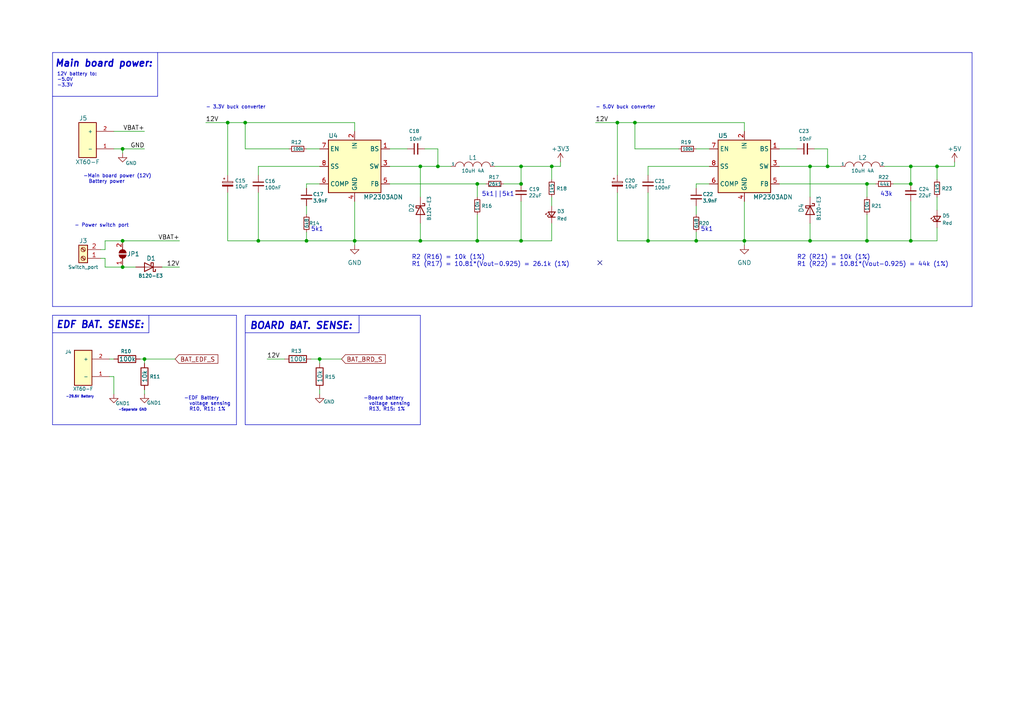
<source format=kicad_sch>
(kicad_sch
	(version 20231120)
	(generator "eeschema")
	(generator_version "8.0")
	(uuid "2c133f8d-e6c5-42c1-a5a1-10917e979791")
	(paper "A4")
	(title_block
		(title "Amon Board - Power")
		(date "2023-02-15")
		(rev "2.2")
		(company "Tinta T.")
	)
	(lib_symbols
		(symbol "Connector:Screw_Terminal_01x02"
			(pin_names
				(offset 1.016) hide)
			(exclude_from_sim no)
			(in_bom yes)
			(on_board yes)
			(property "Reference" "J"
				(at 0 2.54 0)
				(effects
					(font
						(size 1.27 1.27)
					)
				)
			)
			(property "Value" "Screw_Terminal_01x02"
				(at 0 -5.08 0)
				(effects
					(font
						(size 1.27 1.27)
					)
				)
			)
			(property "Footprint" ""
				(at 0 0 0)
				(effects
					(font
						(size 1.27 1.27)
					)
					(hide yes)
				)
			)
			(property "Datasheet" "~"
				(at 0 0 0)
				(effects
					(font
						(size 1.27 1.27)
					)
					(hide yes)
				)
			)
			(property "Description" "Generic screw terminal, single row, 01x02, script generated (kicad-library-utils/schlib/autogen/connector/)"
				(at 0 0 0)
				(effects
					(font
						(size 1.27 1.27)
					)
					(hide yes)
				)
			)
			(property "ki_keywords" "screw terminal"
				(at 0 0 0)
				(effects
					(font
						(size 1.27 1.27)
					)
					(hide yes)
				)
			)
			(property "ki_fp_filters" "TerminalBlock*:*"
				(at 0 0 0)
				(effects
					(font
						(size 1.27 1.27)
					)
					(hide yes)
				)
			)
			(symbol "Screw_Terminal_01x02_1_1"
				(rectangle
					(start -1.27 1.27)
					(end 1.27 -3.81)
					(stroke
						(width 0.254)
						(type default)
					)
					(fill
						(type background)
					)
				)
				(circle
					(center 0 -2.54)
					(radius 0.635)
					(stroke
						(width 0.1524)
						(type default)
					)
					(fill
						(type none)
					)
				)
				(polyline
					(pts
						(xy -0.5334 -2.2098) (xy 0.3302 -3.048)
					)
					(stroke
						(width 0.1524)
						(type default)
					)
					(fill
						(type none)
					)
				)
				(polyline
					(pts
						(xy -0.5334 0.3302) (xy 0.3302 -0.508)
					)
					(stroke
						(width 0.1524)
						(type default)
					)
					(fill
						(type none)
					)
				)
				(polyline
					(pts
						(xy -0.3556 -2.032) (xy 0.508 -2.8702)
					)
					(stroke
						(width 0.1524)
						(type default)
					)
					(fill
						(type none)
					)
				)
				(polyline
					(pts
						(xy -0.3556 0.508) (xy 0.508 -0.3302)
					)
					(stroke
						(width 0.1524)
						(type default)
					)
					(fill
						(type none)
					)
				)
				(circle
					(center 0 0)
					(radius 0.635)
					(stroke
						(width 0.1524)
						(type default)
					)
					(fill
						(type none)
					)
				)
				(pin passive line
					(at -5.08 0 0)
					(length 3.81)
					(name "Pin_1"
						(effects
							(font
								(size 1.27 1.27)
							)
						)
					)
					(number "1"
						(effects
							(font
								(size 1.27 1.27)
							)
						)
					)
				)
				(pin passive line
					(at -5.08 -2.54 0)
					(length 3.81)
					(name "Pin_2"
						(effects
							(font
								(size 1.27 1.27)
							)
						)
					)
					(number "2"
						(effects
							(font
								(size 1.27 1.27)
							)
						)
					)
				)
			)
		)
		(symbol "Device:C_Polarized_Small"
			(pin_numbers hide)
			(pin_names
				(offset 0.254) hide)
			(exclude_from_sim no)
			(in_bom yes)
			(on_board yes)
			(property "Reference" "C"
				(at 0.254 1.778 0)
				(effects
					(font
						(size 1.27 1.27)
					)
					(justify left)
				)
			)
			(property "Value" "C_Polarized_Small"
				(at 0.254 -2.032 0)
				(effects
					(font
						(size 1.27 1.27)
					)
					(justify left)
				)
			)
			(property "Footprint" ""
				(at 0 0 0)
				(effects
					(font
						(size 1.27 1.27)
					)
					(hide yes)
				)
			)
			(property "Datasheet" "~"
				(at 0 0 0)
				(effects
					(font
						(size 1.27 1.27)
					)
					(hide yes)
				)
			)
			(property "Description" "Polarized capacitor, small symbol"
				(at 0 0 0)
				(effects
					(font
						(size 1.27 1.27)
					)
					(hide yes)
				)
			)
			(property "ki_keywords" "cap capacitor"
				(at 0 0 0)
				(effects
					(font
						(size 1.27 1.27)
					)
					(hide yes)
				)
			)
			(property "ki_fp_filters" "CP_*"
				(at 0 0 0)
				(effects
					(font
						(size 1.27 1.27)
					)
					(hide yes)
				)
			)
			(symbol "C_Polarized_Small_0_1"
				(rectangle
					(start -1.524 -0.3048)
					(end 1.524 -0.6858)
					(stroke
						(width 0)
						(type default)
					)
					(fill
						(type outline)
					)
				)
				(rectangle
					(start -1.524 0.6858)
					(end 1.524 0.3048)
					(stroke
						(width 0)
						(type default)
					)
					(fill
						(type none)
					)
				)
				(polyline
					(pts
						(xy -1.27 1.524) (xy -0.762 1.524)
					)
					(stroke
						(width 0)
						(type default)
					)
					(fill
						(type none)
					)
				)
				(polyline
					(pts
						(xy -1.016 1.27) (xy -1.016 1.778)
					)
					(stroke
						(width 0)
						(type default)
					)
					(fill
						(type none)
					)
				)
			)
			(symbol "C_Polarized_Small_1_1"
				(pin passive line
					(at 0 2.54 270)
					(length 1.8542)
					(name "~"
						(effects
							(font
								(size 1.27 1.27)
							)
						)
					)
					(number "1"
						(effects
							(font
								(size 1.27 1.27)
							)
						)
					)
				)
				(pin passive line
					(at 0 -2.54 90)
					(length 1.8542)
					(name "~"
						(effects
							(font
								(size 1.27 1.27)
							)
						)
					)
					(number "2"
						(effects
							(font
								(size 1.27 1.27)
							)
						)
					)
				)
			)
		)
		(symbol "Device:C_Small"
			(pin_numbers hide)
			(pin_names
				(offset 0.254) hide)
			(exclude_from_sim no)
			(in_bom yes)
			(on_board yes)
			(property "Reference" "C"
				(at 0.254 1.778 0)
				(effects
					(font
						(size 1.27 1.27)
					)
					(justify left)
				)
			)
			(property "Value" "C_Small"
				(at 0.254 -2.032 0)
				(effects
					(font
						(size 1.27 1.27)
					)
					(justify left)
				)
			)
			(property "Footprint" ""
				(at 0 0 0)
				(effects
					(font
						(size 1.27 1.27)
					)
					(hide yes)
				)
			)
			(property "Datasheet" "~"
				(at 0 0 0)
				(effects
					(font
						(size 1.27 1.27)
					)
					(hide yes)
				)
			)
			(property "Description" "Unpolarized capacitor, small symbol"
				(at 0 0 0)
				(effects
					(font
						(size 1.27 1.27)
					)
					(hide yes)
				)
			)
			(property "ki_keywords" "capacitor cap"
				(at 0 0 0)
				(effects
					(font
						(size 1.27 1.27)
					)
					(hide yes)
				)
			)
			(property "ki_fp_filters" "C_*"
				(at 0 0 0)
				(effects
					(font
						(size 1.27 1.27)
					)
					(hide yes)
				)
			)
			(symbol "C_Small_0_1"
				(polyline
					(pts
						(xy -1.524 -0.508) (xy 1.524 -0.508)
					)
					(stroke
						(width 0.3302)
						(type default)
					)
					(fill
						(type none)
					)
				)
				(polyline
					(pts
						(xy -1.524 0.508) (xy 1.524 0.508)
					)
					(stroke
						(width 0.3048)
						(type default)
					)
					(fill
						(type none)
					)
				)
			)
			(symbol "C_Small_1_1"
				(pin passive line
					(at 0 2.54 270)
					(length 2.032)
					(name "~"
						(effects
							(font
								(size 1.27 1.27)
							)
						)
					)
					(number "1"
						(effects
							(font
								(size 1.27 1.27)
							)
						)
					)
				)
				(pin passive line
					(at 0 -2.54 90)
					(length 2.032)
					(name "~"
						(effects
							(font
								(size 1.27 1.27)
							)
						)
					)
					(number "2"
						(effects
							(font
								(size 1.27 1.27)
							)
						)
					)
				)
			)
		)
		(symbol "Device:LED_Small"
			(pin_numbers hide)
			(pin_names
				(offset 0.254) hide)
			(exclude_from_sim no)
			(in_bom yes)
			(on_board yes)
			(property "Reference" "D"
				(at -1.27 3.175 0)
				(effects
					(font
						(size 1.27 1.27)
					)
					(justify left)
				)
			)
			(property "Value" "LED_Small"
				(at -4.445 -2.54 0)
				(effects
					(font
						(size 1.27 1.27)
					)
					(justify left)
				)
			)
			(property "Footprint" ""
				(at 0 0 90)
				(effects
					(font
						(size 1.27 1.27)
					)
					(hide yes)
				)
			)
			(property "Datasheet" "~"
				(at 0 0 90)
				(effects
					(font
						(size 1.27 1.27)
					)
					(hide yes)
				)
			)
			(property "Description" "Light emitting diode, small symbol"
				(at 0 0 0)
				(effects
					(font
						(size 1.27 1.27)
					)
					(hide yes)
				)
			)
			(property "ki_keywords" "LED diode light-emitting-diode"
				(at 0 0 0)
				(effects
					(font
						(size 1.27 1.27)
					)
					(hide yes)
				)
			)
			(property "ki_fp_filters" "LED* LED_SMD:* LED_THT:*"
				(at 0 0 0)
				(effects
					(font
						(size 1.27 1.27)
					)
					(hide yes)
				)
			)
			(symbol "LED_Small_0_1"
				(polyline
					(pts
						(xy -0.762 -1.016) (xy -0.762 1.016)
					)
					(stroke
						(width 0.254)
						(type default)
					)
					(fill
						(type none)
					)
				)
				(polyline
					(pts
						(xy 1.016 0) (xy -0.762 0)
					)
					(stroke
						(width 0)
						(type default)
					)
					(fill
						(type none)
					)
				)
				(polyline
					(pts
						(xy 0.762 -1.016) (xy -0.762 0) (xy 0.762 1.016) (xy 0.762 -1.016)
					)
					(stroke
						(width 0.254)
						(type default)
					)
					(fill
						(type none)
					)
				)
				(polyline
					(pts
						(xy 0 0.762) (xy -0.508 1.27) (xy -0.254 1.27) (xy -0.508 1.27) (xy -0.508 1.016)
					)
					(stroke
						(width 0)
						(type default)
					)
					(fill
						(type none)
					)
				)
				(polyline
					(pts
						(xy 0.508 1.27) (xy 0 1.778) (xy 0.254 1.778) (xy 0 1.778) (xy 0 1.524)
					)
					(stroke
						(width 0)
						(type default)
					)
					(fill
						(type none)
					)
				)
			)
			(symbol "LED_Small_1_1"
				(pin passive line
					(at -2.54 0 0)
					(length 1.778)
					(name "K"
						(effects
							(font
								(size 1.27 1.27)
							)
						)
					)
					(number "1"
						(effects
							(font
								(size 1.27 1.27)
							)
						)
					)
				)
				(pin passive line
					(at 2.54 0 180)
					(length 1.778)
					(name "A"
						(effects
							(font
								(size 1.27 1.27)
							)
						)
					)
					(number "2"
						(effects
							(font
								(size 1.27 1.27)
							)
						)
					)
				)
			)
		)
		(symbol "Device:R"
			(pin_numbers hide)
			(pin_names
				(offset 0)
			)
			(exclude_from_sim no)
			(in_bom yes)
			(on_board yes)
			(property "Reference" "R"
				(at 2.032 0 90)
				(effects
					(font
						(size 1.27 1.27)
					)
				)
			)
			(property "Value" "R"
				(at 0 0 90)
				(effects
					(font
						(size 1.27 1.27)
					)
				)
			)
			(property "Footprint" ""
				(at -1.778 0 90)
				(effects
					(font
						(size 1.27 1.27)
					)
					(hide yes)
				)
			)
			(property "Datasheet" "~"
				(at 0 0 0)
				(effects
					(font
						(size 1.27 1.27)
					)
					(hide yes)
				)
			)
			(property "Description" "Resistor"
				(at 0 0 0)
				(effects
					(font
						(size 1.27 1.27)
					)
					(hide yes)
				)
			)
			(property "ki_keywords" "R res resistor"
				(at 0 0 0)
				(effects
					(font
						(size 1.27 1.27)
					)
					(hide yes)
				)
			)
			(property "ki_fp_filters" "R_*"
				(at 0 0 0)
				(effects
					(font
						(size 1.27 1.27)
					)
					(hide yes)
				)
			)
			(symbol "R_0_1"
				(rectangle
					(start -1.016 -2.54)
					(end 1.016 2.54)
					(stroke
						(width 0.254)
						(type default)
					)
					(fill
						(type none)
					)
				)
			)
			(symbol "R_1_1"
				(pin passive line
					(at 0 3.81 270)
					(length 1.27)
					(name "~"
						(effects
							(font
								(size 1.27 1.27)
							)
						)
					)
					(number "1"
						(effects
							(font
								(size 1.27 1.27)
							)
						)
					)
				)
				(pin passive line
					(at 0 -3.81 90)
					(length 1.27)
					(name "~"
						(effects
							(font
								(size 1.27 1.27)
							)
						)
					)
					(number "2"
						(effects
							(font
								(size 1.27 1.27)
							)
						)
					)
				)
			)
		)
		(symbol "Device:R_Small"
			(pin_numbers hide)
			(pin_names
				(offset 0.254) hide)
			(exclude_from_sim no)
			(in_bom yes)
			(on_board yes)
			(property "Reference" "R"
				(at 0.762 0.508 0)
				(effects
					(font
						(size 1.27 1.27)
					)
					(justify left)
				)
			)
			(property "Value" "R_Small"
				(at 0.762 -1.016 0)
				(effects
					(font
						(size 1.27 1.27)
					)
					(justify left)
				)
			)
			(property "Footprint" ""
				(at 0 0 0)
				(effects
					(font
						(size 1.27 1.27)
					)
					(hide yes)
				)
			)
			(property "Datasheet" "~"
				(at 0 0 0)
				(effects
					(font
						(size 1.27 1.27)
					)
					(hide yes)
				)
			)
			(property "Description" "Resistor, small symbol"
				(at 0 0 0)
				(effects
					(font
						(size 1.27 1.27)
					)
					(hide yes)
				)
			)
			(property "ki_keywords" "R resistor"
				(at 0 0 0)
				(effects
					(font
						(size 1.27 1.27)
					)
					(hide yes)
				)
			)
			(property "ki_fp_filters" "R_*"
				(at 0 0 0)
				(effects
					(font
						(size 1.27 1.27)
					)
					(hide yes)
				)
			)
			(symbol "R_Small_0_1"
				(rectangle
					(start -0.762 1.778)
					(end 0.762 -1.778)
					(stroke
						(width 0.2032)
						(type default)
					)
					(fill
						(type none)
					)
				)
			)
			(symbol "R_Small_1_1"
				(pin passive line
					(at 0 2.54 270)
					(length 0.762)
					(name "~"
						(effects
							(font
								(size 1.27 1.27)
							)
						)
					)
					(number "1"
						(effects
							(font
								(size 1.27 1.27)
							)
						)
					)
				)
				(pin passive line
					(at 0 -2.54 90)
					(length 0.762)
					(name "~"
						(effects
							(font
								(size 1.27 1.27)
							)
						)
					)
					(number "2"
						(effects
							(font
								(size 1.27 1.27)
							)
						)
					)
				)
			)
		)
		(symbol "Diode:B120-E3"
			(pin_numbers hide)
			(pin_names hide)
			(exclude_from_sim no)
			(in_bom yes)
			(on_board yes)
			(property "Reference" "D"
				(at 0 2.54 0)
				(effects
					(font
						(size 1.27 1.27)
					)
				)
			)
			(property "Value" "B120-E3"
				(at 0 -2.54 0)
				(effects
					(font
						(size 1.27 1.27)
					)
				)
			)
			(property "Footprint" "Diode_SMD:D_SMA"
				(at 0 -4.445 0)
				(effects
					(font
						(size 1.27 1.27)
					)
					(hide yes)
				)
			)
			(property "Datasheet" "http://www.vishay.com/docs/88946/b120.pdf"
				(at 0 0 0)
				(effects
					(font
						(size 1.27 1.27)
					)
					(hide yes)
				)
			)
			(property "Description" "20V 1A Schottky Barrier Rectifier Diode, SMA(DO-214AC)"
				(at 0 0 0)
				(effects
					(font
						(size 1.27 1.27)
					)
					(hide yes)
				)
			)
			(property "ki_keywords" "diode Schottky"
				(at 0 0 0)
				(effects
					(font
						(size 1.27 1.27)
					)
					(hide yes)
				)
			)
			(property "ki_fp_filters" "D*SMA*"
				(at 0 0 0)
				(effects
					(font
						(size 1.27 1.27)
					)
					(hide yes)
				)
			)
			(symbol "B120-E3_0_1"
				(polyline
					(pts
						(xy 1.27 0) (xy -1.27 0)
					)
					(stroke
						(width 0)
						(type default)
					)
					(fill
						(type none)
					)
				)
				(polyline
					(pts
						(xy 1.27 1.27) (xy 1.27 -1.27) (xy -1.27 0) (xy 1.27 1.27)
					)
					(stroke
						(width 0.254)
						(type default)
					)
					(fill
						(type none)
					)
				)
				(polyline
					(pts
						(xy -1.905 0.635) (xy -1.905 1.27) (xy -1.27 1.27) (xy -1.27 -1.27) (xy -0.635 -1.27) (xy -0.635 -0.635)
					)
					(stroke
						(width 0.254)
						(type default)
					)
					(fill
						(type none)
					)
				)
			)
			(symbol "B120-E3_1_1"
				(pin passive line
					(at -3.81 0 0)
					(length 2.54)
					(name "K"
						(effects
							(font
								(size 1.27 1.27)
							)
						)
					)
					(number "1"
						(effects
							(font
								(size 1.27 1.27)
							)
						)
					)
				)
				(pin passive line
					(at 3.81 0 180)
					(length 2.54)
					(name "A"
						(effects
							(font
								(size 1.27 1.27)
							)
						)
					)
					(number "2"
						(effects
							(font
								(size 1.27 1.27)
							)
						)
					)
				)
			)
		)
		(symbol "Jumper:SolderJumper_2_Open"
			(pin_names
				(offset 0) hide)
			(exclude_from_sim no)
			(in_bom yes)
			(on_board yes)
			(property "Reference" "JP"
				(at 0 2.032 0)
				(effects
					(font
						(size 1.27 1.27)
					)
				)
			)
			(property "Value" "SolderJumper_2_Open"
				(at 0 -2.54 0)
				(effects
					(font
						(size 1.27 1.27)
					)
				)
			)
			(property "Footprint" ""
				(at 0 0 0)
				(effects
					(font
						(size 1.27 1.27)
					)
					(hide yes)
				)
			)
			(property "Datasheet" "~"
				(at 0 0 0)
				(effects
					(font
						(size 1.27 1.27)
					)
					(hide yes)
				)
			)
			(property "Description" "Solder Jumper, 2-pole, open"
				(at 0 0 0)
				(effects
					(font
						(size 1.27 1.27)
					)
					(hide yes)
				)
			)
			(property "ki_keywords" "solder jumper SPST"
				(at 0 0 0)
				(effects
					(font
						(size 1.27 1.27)
					)
					(hide yes)
				)
			)
			(property "ki_fp_filters" "SolderJumper*Open*"
				(at 0 0 0)
				(effects
					(font
						(size 1.27 1.27)
					)
					(hide yes)
				)
			)
			(symbol "SolderJumper_2_Open_0_1"
				(arc
					(start -0.254 1.016)
					(mid -1.2656 0)
					(end -0.254 -1.016)
					(stroke
						(width 0)
						(type default)
					)
					(fill
						(type none)
					)
				)
				(arc
					(start -0.254 1.016)
					(mid -1.2656 0)
					(end -0.254 -1.016)
					(stroke
						(width 0)
						(type default)
					)
					(fill
						(type outline)
					)
				)
				(polyline
					(pts
						(xy -0.254 1.016) (xy -0.254 -1.016)
					)
					(stroke
						(width 0)
						(type default)
					)
					(fill
						(type none)
					)
				)
				(polyline
					(pts
						(xy 0.254 1.016) (xy 0.254 -1.016)
					)
					(stroke
						(width 0)
						(type default)
					)
					(fill
						(type none)
					)
				)
				(arc
					(start 0.254 -1.016)
					(mid 1.2656 0)
					(end 0.254 1.016)
					(stroke
						(width 0)
						(type default)
					)
					(fill
						(type none)
					)
				)
				(arc
					(start 0.254 -1.016)
					(mid 1.2656 0)
					(end 0.254 1.016)
					(stroke
						(width 0)
						(type default)
					)
					(fill
						(type outline)
					)
				)
			)
			(symbol "SolderJumper_2_Open_1_1"
				(pin passive line
					(at -3.81 0 0)
					(length 2.54)
					(name "A"
						(effects
							(font
								(size 1.27 1.27)
							)
						)
					)
					(number "1"
						(effects
							(font
								(size 1.27 1.27)
							)
						)
					)
				)
				(pin passive line
					(at 3.81 0 180)
					(length 2.54)
					(name "B"
						(effects
							(font
								(size 1.27 1.27)
							)
						)
					)
					(number "2"
						(effects
							(font
								(size 1.27 1.27)
							)
						)
					)
				)
			)
		)
		(symbol "Regulator_Switching:MP2303ADN"
			(exclude_from_sim no)
			(in_bom yes)
			(on_board yes)
			(property "Reference" "U"
				(at -7.366 8.636 0)
				(effects
					(font
						(size 1.27 1.27)
					)
				)
			)
			(property "Value" "MP2303ADN"
				(at 7.62 8.89 0)
				(effects
					(font
						(size 1.27 1.27)
					)
				)
			)
			(property "Footprint" "Package_SO:SOIC-8-1EP_3.9x4.9mm_P1.27mm_EP2.62x3.51mm"
				(at 0 -2.54 0)
				(effects
					(font
						(size 1.27 1.27)
					)
					(hide yes)
				)
			)
			(property "Datasheet" "https://www.monolithicpower.com/pub/media/document/MP2303A_r1.1.pdf"
				(at 0 -2.54 0)
				(effects
					(font
						(size 1.27 1.27)
					)
					(hide yes)
				)
			)
			(property "Description" "Synchronous Rectified 3A, 28V, 360kHz Step-Down Converter, SOIC-8"
				(at 0 0 0)
				(effects
					(font
						(size 1.27 1.27)
					)
					(hide yes)
				)
			)
			(property "ki_keywords" "buck converter step down"
				(at 0 0 0)
				(effects
					(font
						(size 1.27 1.27)
					)
					(hide yes)
				)
			)
			(property "ki_fp_filters" "SOIC*1EP*3.9x4.9mm*P1.27mm*"
				(at 0 0 0)
				(effects
					(font
						(size 1.27 1.27)
					)
					(hide yes)
				)
			)
			(symbol "MP2303ADN_0_1"
				(rectangle
					(start -7.62 7.62)
					(end 7.62 -7.62)
					(stroke
						(width 0.254)
						(type default)
					)
					(fill
						(type background)
					)
				)
			)
			(symbol "MP2303ADN_1_1"
				(pin passive line
					(at 10.16 5.08 180)
					(length 2.54)
					(name "BS"
						(effects
							(font
								(size 1.27 1.27)
							)
						)
					)
					(number "1"
						(effects
							(font
								(size 1.27 1.27)
							)
						)
					)
				)
				(pin power_in line
					(at 0 10.16 270)
					(length 2.54)
					(name "IN"
						(effects
							(font
								(size 1.27 1.27)
							)
						)
					)
					(number "2"
						(effects
							(font
								(size 1.27 1.27)
							)
						)
					)
				)
				(pin output line
					(at 10.16 0 180)
					(length 2.54)
					(name "SW"
						(effects
							(font
								(size 1.27 1.27)
							)
						)
					)
					(number "3"
						(effects
							(font
								(size 1.27 1.27)
							)
						)
					)
				)
				(pin power_in line
					(at 0 -10.16 90)
					(length 2.54)
					(name "GND"
						(effects
							(font
								(size 1.27 1.27)
							)
						)
					)
					(number "4"
						(effects
							(font
								(size 1.27 1.27)
							)
						)
					)
				)
				(pin input line
					(at 10.16 -5.08 180)
					(length 2.54)
					(name "FB"
						(effects
							(font
								(size 1.27 1.27)
							)
						)
					)
					(number "5"
						(effects
							(font
								(size 1.27 1.27)
							)
						)
					)
				)
				(pin passive line
					(at -10.16 -5.08 0)
					(length 2.54)
					(name "COMP"
						(effects
							(font
								(size 1.27 1.27)
							)
						)
					)
					(number "6"
						(effects
							(font
								(size 1.27 1.27)
							)
						)
					)
				)
				(pin input line
					(at -10.16 5.08 0)
					(length 2.54)
					(name "EN"
						(effects
							(font
								(size 1.27 1.27)
							)
						)
					)
					(number "7"
						(effects
							(font
								(size 1.27 1.27)
							)
						)
					)
				)
				(pin input line
					(at -10.16 0 0)
					(length 2.54)
					(name "SS"
						(effects
							(font
								(size 1.27 1.27)
							)
						)
					)
					(number "8"
						(effects
							(font
								(size 1.27 1.27)
							)
						)
					)
				)
			)
		)
		(symbol "XT60-M:XT60-M"
			(pin_names
				(offset 1.016)
			)
			(exclude_from_sim no)
			(in_bom yes)
			(on_board yes)
			(property "Reference" "J"
				(at -2.54 5.715 0)
				(effects
					(font
						(size 1.27 1.27)
					)
					(justify left bottom)
				)
			)
			(property "Value" "XT60-M"
				(at -2.794 -6.35 0)
				(effects
					(font
						(size 1.27 1.27)
					)
					(justify left bottom)
				)
			)
			(property "Footprint" "AMASS_XT60-M"
				(at 0 0 0)
				(effects
					(font
						(size 1.27 1.27)
					)
					(justify left bottom)
					(hide yes)
				)
			)
			(property "Datasheet" ""
				(at 0 0 0)
				(effects
					(font
						(size 1.27 1.27)
					)
					(justify left bottom)
					(hide yes)
				)
			)
			(property "Description" ""
				(at 0 0 0)
				(effects
					(font
						(size 1.27 1.27)
					)
					(hide yes)
				)
			)
			(property "PARTREV" "1.2"
				(at 0 0 0)
				(effects
					(font
						(size 1.27 1.27)
					)
					(justify left bottom)
					(hide yes)
				)
			)
			(property "MANUFACTURER" "AMASS"
				(at 0 0 0)
				(effects
					(font
						(size 1.27 1.27)
					)
					(justify left bottom)
					(hide yes)
				)
			)
			(property "STANDARD" "IPC-7251"
				(at 0 0 0)
				(effects
					(font
						(size 1.27 1.27)
					)
					(justify left bottom)
					(hide yes)
				)
			)
			(property "ki_locked" ""
				(at 0 0 0)
				(effects
					(font
						(size 1.27 1.27)
					)
				)
			)
			(symbol "XT60-M_0_0"
				(rectangle
					(start -2.54 -5.08)
					(end 2.54 5.08)
					(stroke
						(width 0.254)
						(type default)
					)
					(fill
						(type background)
					)
				)
				(pin passive line
					(at -7.62 2.54 0)
					(length 5.08)
					(name "-"
						(effects
							(font
								(size 1.016 1.016)
							)
						)
					)
					(number "1"
						(effects
							(font
								(size 1.016 1.016)
							)
						)
					)
				)
				(pin passive line
					(at -7.62 -2.54 0)
					(length 5.08)
					(name "+"
						(effects
							(font
								(size 1.016 1.016)
							)
						)
					)
					(number "2"
						(effects
							(font
								(size 1.016 1.016)
							)
						)
					)
				)
			)
		)
		(symbol "power:+3.3V"
			(power)
			(pin_names
				(offset 0)
			)
			(exclude_from_sim no)
			(in_bom yes)
			(on_board yes)
			(property "Reference" "#PWR"
				(at 0 -3.81 0)
				(effects
					(font
						(size 1.27 1.27)
					)
					(hide yes)
				)
			)
			(property "Value" "+3.3V"
				(at 0 3.556 0)
				(effects
					(font
						(size 1.27 1.27)
					)
				)
			)
			(property "Footprint" ""
				(at 0 0 0)
				(effects
					(font
						(size 1.27 1.27)
					)
					(hide yes)
				)
			)
			(property "Datasheet" ""
				(at 0 0 0)
				(effects
					(font
						(size 1.27 1.27)
					)
					(hide yes)
				)
			)
			(property "Description" "Power symbol creates a global label with name \"+3.3V\""
				(at 0 0 0)
				(effects
					(font
						(size 1.27 1.27)
					)
					(hide yes)
				)
			)
			(property "ki_keywords" "power-flag"
				(at 0 0 0)
				(effects
					(font
						(size 1.27 1.27)
					)
					(hide yes)
				)
			)
			(symbol "+3.3V_0_1"
				(polyline
					(pts
						(xy -0.762 1.27) (xy 0 2.54)
					)
					(stroke
						(width 0)
						(type default)
					)
					(fill
						(type none)
					)
				)
				(polyline
					(pts
						(xy 0 0) (xy 0 2.54)
					)
					(stroke
						(width 0)
						(type default)
					)
					(fill
						(type none)
					)
				)
				(polyline
					(pts
						(xy 0 2.54) (xy 0.762 1.27)
					)
					(stroke
						(width 0)
						(type default)
					)
					(fill
						(type none)
					)
				)
			)
			(symbol "+3.3V_1_1"
				(pin power_in line
					(at 0 0 90)
					(length 0) hide
					(name "+3V3"
						(effects
							(font
								(size 1.27 1.27)
							)
						)
					)
					(number "1"
						(effects
							(font
								(size 1.27 1.27)
							)
						)
					)
				)
			)
		)
		(symbol "power:+5V"
			(power)
			(pin_names
				(offset 0)
			)
			(exclude_from_sim no)
			(in_bom yes)
			(on_board yes)
			(property "Reference" "#PWR"
				(at 0 -3.81 0)
				(effects
					(font
						(size 1.27 1.27)
					)
					(hide yes)
				)
			)
			(property "Value" "+5V"
				(at 0 3.556 0)
				(effects
					(font
						(size 1.27 1.27)
					)
				)
			)
			(property "Footprint" ""
				(at 0 0 0)
				(effects
					(font
						(size 1.27 1.27)
					)
					(hide yes)
				)
			)
			(property "Datasheet" ""
				(at 0 0 0)
				(effects
					(font
						(size 1.27 1.27)
					)
					(hide yes)
				)
			)
			(property "Description" "Power symbol creates a global label with name \"+5V\""
				(at 0 0 0)
				(effects
					(font
						(size 1.27 1.27)
					)
					(hide yes)
				)
			)
			(property "ki_keywords" "power-flag"
				(at 0 0 0)
				(effects
					(font
						(size 1.27 1.27)
					)
					(hide yes)
				)
			)
			(symbol "+5V_0_1"
				(polyline
					(pts
						(xy -0.762 1.27) (xy 0 2.54)
					)
					(stroke
						(width 0)
						(type default)
					)
					(fill
						(type none)
					)
				)
				(polyline
					(pts
						(xy 0 0) (xy 0 2.54)
					)
					(stroke
						(width 0)
						(type default)
					)
					(fill
						(type none)
					)
				)
				(polyline
					(pts
						(xy 0 2.54) (xy 0.762 1.27)
					)
					(stroke
						(width 0)
						(type default)
					)
					(fill
						(type none)
					)
				)
			)
			(symbol "+5V_1_1"
				(pin power_in line
					(at 0 0 90)
					(length 0) hide
					(name "+5V"
						(effects
							(font
								(size 1.27 1.27)
							)
						)
					)
					(number "1"
						(effects
							(font
								(size 1.27 1.27)
							)
						)
					)
				)
			)
		)
		(symbol "power:GND"
			(power)
			(pin_names
				(offset 0)
			)
			(exclude_from_sim no)
			(in_bom yes)
			(on_board yes)
			(property "Reference" "#PWR"
				(at 0 -6.35 0)
				(effects
					(font
						(size 1.27 1.27)
					)
					(hide yes)
				)
			)
			(property "Value" "GND"
				(at 0 -3.81 0)
				(effects
					(font
						(size 1.27 1.27)
					)
				)
			)
			(property "Footprint" ""
				(at 0 0 0)
				(effects
					(font
						(size 1.27 1.27)
					)
					(hide yes)
				)
			)
			(property "Datasheet" ""
				(at 0 0 0)
				(effects
					(font
						(size 1.27 1.27)
					)
					(hide yes)
				)
			)
			(property "Description" "Power symbol creates a global label with name \"GND\" , ground"
				(at 0 0 0)
				(effects
					(font
						(size 1.27 1.27)
					)
					(hide yes)
				)
			)
			(property "ki_keywords" "power-flag"
				(at 0 0 0)
				(effects
					(font
						(size 1.27 1.27)
					)
					(hide yes)
				)
			)
			(symbol "GND_0_1"
				(polyline
					(pts
						(xy 0 0) (xy 0 -1.27) (xy 1.27 -1.27) (xy 0 -2.54) (xy -1.27 -1.27) (xy 0 -1.27)
					)
					(stroke
						(width 0)
						(type default)
					)
					(fill
						(type none)
					)
				)
			)
			(symbol "GND_1_1"
				(pin power_in line
					(at 0 0 270)
					(length 0) hide
					(name "GND"
						(effects
							(font
								(size 1.27 1.27)
							)
						)
					)
					(number "1"
						(effects
							(font
								(size 1.27 1.27)
							)
						)
					)
				)
			)
		)
		(symbol "power:GND1"
			(power)
			(pin_names
				(offset 0)
			)
			(exclude_from_sim no)
			(in_bom yes)
			(on_board yes)
			(property "Reference" "#PWR"
				(at 0 -6.35 0)
				(effects
					(font
						(size 1.27 1.27)
					)
					(hide yes)
				)
			)
			(property "Value" "GND1"
				(at 0 -3.81 0)
				(effects
					(font
						(size 1.27 1.27)
					)
				)
			)
			(property "Footprint" ""
				(at 0 0 0)
				(effects
					(font
						(size 1.27 1.27)
					)
					(hide yes)
				)
			)
			(property "Datasheet" ""
				(at 0 0 0)
				(effects
					(font
						(size 1.27 1.27)
					)
					(hide yes)
				)
			)
			(property "Description" "Power symbol creates a global label with name \"GND1\" , ground"
				(at 0 0 0)
				(effects
					(font
						(size 1.27 1.27)
					)
					(hide yes)
				)
			)
			(property "ki_keywords" "power-flag"
				(at 0 0 0)
				(effects
					(font
						(size 1.27 1.27)
					)
					(hide yes)
				)
			)
			(symbol "GND1_0_1"
				(polyline
					(pts
						(xy 0 0) (xy 0 -1.27) (xy 1.27 -1.27) (xy 0 -2.54) (xy -1.27 -1.27) (xy 0 -1.27)
					)
					(stroke
						(width 0)
						(type default)
					)
					(fill
						(type none)
					)
				)
			)
			(symbol "GND1_1_1"
				(pin power_in line
					(at 0 0 270)
					(length 0) hide
					(name "GND1"
						(effects
							(font
								(size 1.27 1.27)
							)
						)
					)
					(number "1"
						(effects
							(font
								(size 1.27 1.27)
							)
						)
					)
				)
			)
		)
		(symbol "pspice:INDUCTOR"
			(pin_numbers hide)
			(pin_names
				(offset 0)
			)
			(exclude_from_sim no)
			(in_bom yes)
			(on_board yes)
			(property "Reference" "L"
				(at 0 2.54 0)
				(effects
					(font
						(size 1.27 1.27)
					)
				)
			)
			(property "Value" "INDUCTOR"
				(at 0 -1.27 0)
				(effects
					(font
						(size 1.27 1.27)
					)
				)
			)
			(property "Footprint" ""
				(at 0 0 0)
				(effects
					(font
						(size 1.27 1.27)
					)
					(hide yes)
				)
			)
			(property "Datasheet" "~"
				(at 0 0 0)
				(effects
					(font
						(size 1.27 1.27)
					)
					(hide yes)
				)
			)
			(property "Description" "Inductor symbol for simulation only"
				(at 0 0 0)
				(effects
					(font
						(size 1.27 1.27)
					)
					(hide yes)
				)
			)
			(property "ki_keywords" "simulation"
				(at 0 0 0)
				(effects
					(font
						(size 1.27 1.27)
					)
					(hide yes)
				)
			)
			(symbol "INDUCTOR_0_1"
				(arc
					(start -2.54 0)
					(mid -3.81 1.2645)
					(end -5.08 0)
					(stroke
						(width 0)
						(type default)
					)
					(fill
						(type none)
					)
				)
				(arc
					(start 0 0)
					(mid -1.27 1.2645)
					(end -2.54 0)
					(stroke
						(width 0)
						(type default)
					)
					(fill
						(type none)
					)
				)
				(arc
					(start 2.54 0)
					(mid 1.27 1.2645)
					(end 0 0)
					(stroke
						(width 0)
						(type default)
					)
					(fill
						(type none)
					)
				)
				(arc
					(start 5.08 0)
					(mid 3.81 1.2645)
					(end 2.54 0)
					(stroke
						(width 0)
						(type default)
					)
					(fill
						(type none)
					)
				)
			)
			(symbol "INDUCTOR_1_1"
				(pin input line
					(at -6.35 0 0)
					(length 1.27)
					(name "1"
						(effects
							(font
								(size 0.762 0.762)
							)
						)
					)
					(number "1"
						(effects
							(font
								(size 0.762 0.762)
							)
						)
					)
				)
				(pin input line
					(at 6.35 0 180)
					(length 1.27)
					(name "2"
						(effects
							(font
								(size 0.762 0.762)
							)
						)
					)
					(number "2"
						(effects
							(font
								(size 0.762 0.762)
							)
						)
					)
				)
			)
		)
	)
	(junction
		(at 184.15 35.56)
		(diameter 0)
		(color 0 0 0 0)
		(uuid "10db70dc-ff15-4167-b89e-f1cc9aafe528")
	)
	(junction
		(at 138.43 69.85)
		(diameter 0)
		(color 0 0 0 0)
		(uuid "1483b4a0-05ad-4636-a04c-c3d5af51483d")
	)
	(junction
		(at 264.16 48.26)
		(diameter 0)
		(color 0 0 0 0)
		(uuid "17b154a9-3b40-416a-b199-e14af22980e4")
	)
	(junction
		(at 251.46 53.34)
		(diameter 0)
		(color 0 0 0 0)
		(uuid "1cb8f580-c8f8-49ac-a5c5-1631e08dc765")
	)
	(junction
		(at 74.93 69.85)
		(diameter 0)
		(color 0 0 0 0)
		(uuid "1ff62faa-088d-4839-8012-9421a45e6fef")
	)
	(junction
		(at 66.04 35.56)
		(diameter 0)
		(color 0 0 0 0)
		(uuid "2892d18d-1ca4-431b-946e-f8272895a328")
	)
	(junction
		(at 160.02 48.26)
		(diameter 0)
		(color 0 0 0 0)
		(uuid "377f473d-a835-48e9-a822-94947b6bcf12")
	)
	(junction
		(at 215.9 69.85)
		(diameter 0)
		(color 0 0 0 0)
		(uuid "38161ab7-91ab-4946-9908-2f3d99257301")
	)
	(junction
		(at 41.91 104.14)
		(diameter 0)
		(color 0 0 0 0)
		(uuid "5a153c96-e0f0-42bc-bdc6-a81448404b71")
	)
	(junction
		(at 151.13 69.85)
		(diameter 0)
		(color 0 0 0 0)
		(uuid "6e758139-1c13-48e8-ac0b-ad42e974dd60")
	)
	(junction
		(at 35.56 43.18)
		(diameter 0)
		(color 0 0 0 0)
		(uuid "75c18ddb-4f35-47b2-9028-cb4b59f26c4d")
	)
	(junction
		(at 35.56 77.47)
		(diameter 0)
		(color 0 0 0 0)
		(uuid "7c0b59c6-58a2-4056-aa10-4abc8853b899")
	)
	(junction
		(at 234.95 48.26)
		(diameter 0)
		(color 0 0 0 0)
		(uuid "83f429bc-328f-447d-b2ac-cb94c1110bd2")
	)
	(junction
		(at 179.07 35.56)
		(diameter 0)
		(color 0 0 0 0)
		(uuid "88f5823d-59c3-4397-9f46-2b40b92556a5")
	)
	(junction
		(at 264.16 53.34)
		(diameter 0)
		(color 0 0 0 0)
		(uuid "89a3cc6f-47d3-41f3-a55c-3624218ac23f")
	)
	(junction
		(at 121.92 69.85)
		(diameter 0)
		(color 0 0 0 0)
		(uuid "96da4416-e510-4103-9f14-4668313cadcd")
	)
	(junction
		(at 151.13 53.34)
		(diameter 0)
		(color 0 0 0 0)
		(uuid "9d205895-e4e5-445b-8f16-aa41e8a5dcdc")
	)
	(junction
		(at 35.56 69.85)
		(diameter 0)
		(color 0 0 0 0)
		(uuid "a92325a8-1965-40b0-a0bc-d02ddce3ae8a")
	)
	(junction
		(at 187.96 69.85)
		(diameter 0)
		(color 0 0 0 0)
		(uuid "aa7891ab-1a3f-4648-be2a-0d6380a086b8")
	)
	(junction
		(at 138.43 53.34)
		(diameter 0)
		(color 0 0 0 0)
		(uuid "aae77e12-1d52-4b2f-8bed-dfe83ed9e603")
	)
	(junction
		(at 151.13 48.26)
		(diameter 0)
		(color 0 0 0 0)
		(uuid "abde0d9f-4b39-4bf0-9cda-160dde164e0b")
	)
	(junction
		(at 102.87 69.85)
		(diameter 0)
		(color 0 0 0 0)
		(uuid "af883092-367c-4bcd-a090-4ed087951bae")
	)
	(junction
		(at 121.92 48.26)
		(diameter 0)
		(color 0 0 0 0)
		(uuid "b302acc9-5ec0-4acc-9a7b-44a1d34d6616")
	)
	(junction
		(at 234.95 69.85)
		(diameter 0)
		(color 0 0 0 0)
		(uuid "b502402d-c066-418c-bd7d-776798c5156b")
	)
	(junction
		(at 71.12 35.56)
		(diameter 0)
		(color 0 0 0 0)
		(uuid "b5680ad8-2603-44d4-b0a2-f0f1e9d3a2d3")
	)
	(junction
		(at 88.9 69.85)
		(diameter 0)
		(color 0 0 0 0)
		(uuid "b7d26eba-c545-4f5d-b1ad-10e75665a406")
	)
	(junction
		(at 127 48.26)
		(diameter 0)
		(color 0 0 0 0)
		(uuid "bcf4c458-d558-474c-9d67-00d2c6e9f256")
	)
	(junction
		(at 92.71 104.14)
		(diameter 0)
		(color 0 0 0 0)
		(uuid "cc71377f-329f-4a66-b0f4-e24f78f41be9")
	)
	(junction
		(at 240.03 48.26)
		(diameter 0)
		(color 0 0 0 0)
		(uuid "cd67e78e-fd88-43f4-813f-84a8f8140f43")
	)
	(junction
		(at 271.78 48.26)
		(diameter 0)
		(color 0 0 0 0)
		(uuid "d4d490fe-53d4-4684-a718-0b3ee5856e15")
	)
	(junction
		(at 251.46 69.85)
		(diameter 0)
		(color 0 0 0 0)
		(uuid "d5525bae-b18a-4517-b8a5-e134958f3216")
	)
	(junction
		(at 201.93 69.85)
		(diameter 0)
		(color 0 0 0 0)
		(uuid "f28faa33-ca69-43f0-afe0-7478144694f6")
	)
	(junction
		(at 264.16 69.85)
		(diameter 0)
		(color 0 0 0 0)
		(uuid "fc20ca9b-f80c-40fc-89cf-09cfd58c3863")
	)
	(no_connect
		(at 173.99 76.2)
		(uuid "41711992-98dd-47ff-a5ef-50a08e9a92be")
	)
	(polyline
		(pts
			(xy 121.92 123.19) (xy 121.92 91.44)
		)
		(stroke
			(width 0)
			(type default)
		)
		(uuid "013f6ede-47b1-46a9-b48f-26adf38e65ec")
	)
	(wire
		(pts
			(xy 236.22 43.18) (xy 240.03 43.18)
		)
		(stroke
			(width 0)
			(type default)
		)
		(uuid "030c0470-c1f1-422f-9805-539211679560")
	)
	(wire
		(pts
			(xy 271.78 69.85) (xy 264.16 69.85)
		)
		(stroke
			(width 0)
			(type default)
		)
		(uuid "0417cbbc-7400-4982-912f-64f57401bbe7")
	)
	(wire
		(pts
			(xy 160.02 48.26) (xy 160.02 52.07)
		)
		(stroke
			(width 0)
			(type default)
		)
		(uuid "0866ce82-cef0-4e15-b1c1-30ee402d7330")
	)
	(wire
		(pts
			(xy 205.74 53.34) (xy 201.93 53.34)
		)
		(stroke
			(width 0)
			(type default)
		)
		(uuid "0884d622-c7a5-44dd-82d4-67a0780b2385")
	)
	(wire
		(pts
			(xy 271.78 57.15) (xy 271.78 60.96)
		)
		(stroke
			(width 0)
			(type default)
		)
		(uuid "08b1a459-d1e8-42bf-b700-c88f5ffab920")
	)
	(wire
		(pts
			(xy 264.16 48.26) (xy 271.78 48.26)
		)
		(stroke
			(width 0)
			(type default)
		)
		(uuid "0aff5f4c-b792-42df-a843-25fefdc9d77b")
	)
	(wire
		(pts
			(xy 234.95 57.15) (xy 234.95 48.26)
		)
		(stroke
			(width 0)
			(type default)
		)
		(uuid "0ca82b26-60f9-4753-bc3d-3ccd1b5aa1e3")
	)
	(wire
		(pts
			(xy 30.48 77.47) (xy 35.56 77.47)
		)
		(stroke
			(width 0)
			(type default)
		)
		(uuid "100a159e-797c-4b05-a9c2-cb4156a9b7f9")
	)
	(wire
		(pts
			(xy 143.51 48.26) (xy 151.13 48.26)
		)
		(stroke
			(width 0)
			(type default)
		)
		(uuid "10a2afeb-21a6-4ff9-9836-3a658f8ea7e6")
	)
	(polyline
		(pts
			(xy 15.24 96.52) (xy 43.18 96.52)
		)
		(stroke
			(width 0)
			(type default)
		)
		(uuid "117e8d5d-8fb8-49eb-82fd-47fedad863f9")
	)
	(wire
		(pts
			(xy 160.02 48.26) (xy 162.56 48.26)
		)
		(stroke
			(width 0)
			(type default)
		)
		(uuid "125bebc2-617e-4e3f-807f-73513824aae5")
	)
	(wire
		(pts
			(xy 201.93 43.18) (xy 205.74 43.18)
		)
		(stroke
			(width 0)
			(type default)
		)
		(uuid "139a76c5-368b-40ee-97ab-6b465348f3a7")
	)
	(wire
		(pts
			(xy 179.07 35.56) (xy 184.15 35.56)
		)
		(stroke
			(width 0)
			(type default)
		)
		(uuid "140c2dbb-71c8-4f2e-b071-314d1043aec0")
	)
	(polyline
		(pts
			(xy 15.24 15.24) (xy 281.94 15.24)
		)
		(stroke
			(width 0)
			(type default)
		)
		(uuid "155023a1-2e57-4000-951e-5bab70785131")
	)
	(wire
		(pts
			(xy 138.43 62.23) (xy 138.43 69.85)
		)
		(stroke
			(width 0)
			(type default)
		)
		(uuid "1706bd55-9e63-4121-815e-e08aa8c35562")
	)
	(wire
		(pts
			(xy 59.69 35.56) (xy 66.04 35.56)
		)
		(stroke
			(width 0)
			(type default)
		)
		(uuid "1a5a9019-f84d-4990-bef0-02c9497d0f4c")
	)
	(wire
		(pts
			(xy 160.02 57.15) (xy 160.02 59.69)
		)
		(stroke
			(width 0)
			(type default)
		)
		(uuid "1f4e3b14-0280-4b16-b14c-a2181af46900")
	)
	(wire
		(pts
			(xy 172.72 35.56) (xy 179.07 35.56)
		)
		(stroke
			(width 0)
			(type default)
		)
		(uuid "20e0563d-befc-4d81-9a88-9e22c373e1ac")
	)
	(wire
		(pts
			(xy 251.46 53.34) (xy 254 53.34)
		)
		(stroke
			(width 0)
			(type default)
		)
		(uuid "219a2b1f-aae5-44ae-b829-939934742e7b")
	)
	(wire
		(pts
			(xy 121.92 69.85) (xy 102.87 69.85)
		)
		(stroke
			(width 0)
			(type default)
		)
		(uuid "24a08189-24e1-41bd-801c-fe098665edf0")
	)
	(wire
		(pts
			(xy 251.46 62.23) (xy 251.46 69.85)
		)
		(stroke
			(width 0)
			(type default)
		)
		(uuid "268dad6f-ae41-44f8-996a-e1ca4e355622")
	)
	(wire
		(pts
			(xy 30.48 69.85) (xy 35.56 69.85)
		)
		(stroke
			(width 0)
			(type default)
		)
		(uuid "27f49008-1fe5-4e38-a614-e3ec7400be8c")
	)
	(wire
		(pts
			(xy 121.92 48.26) (xy 127 48.26)
		)
		(stroke
			(width 0)
			(type default)
		)
		(uuid "294cbe84-2886-4f02-b1df-22c09d6f83fe")
	)
	(wire
		(pts
			(xy 138.43 53.34) (xy 140.97 53.34)
		)
		(stroke
			(width 0)
			(type default)
		)
		(uuid "2b00d186-ac12-4cfa-8bfd-8c341aecbe3e")
	)
	(wire
		(pts
			(xy 121.92 57.15) (xy 121.92 48.26)
		)
		(stroke
			(width 0)
			(type default)
		)
		(uuid "2ceca5b5-f6f9-4306-98bc-2672797dcb82")
	)
	(wire
		(pts
			(xy 201.93 59.69) (xy 201.93 62.23)
		)
		(stroke
			(width 0)
			(type default)
		)
		(uuid "2d5957e1-3cea-4b70-9ae1-ae64db846231")
	)
	(polyline
		(pts
			(xy 43.18 96.52) (xy 43.18 91.44)
		)
		(stroke
			(width 0)
			(type default)
		)
		(uuid "2d9768ca-de7c-448e-ad7f-f136e1f10e80")
	)
	(wire
		(pts
			(xy 226.06 48.26) (xy 234.95 48.26)
		)
		(stroke
			(width 0)
			(type default)
		)
		(uuid "2df3f3a7-ff6f-480f-9cae-22b471486db1")
	)
	(wire
		(pts
			(xy 138.43 53.34) (xy 138.43 57.15)
		)
		(stroke
			(width 0)
			(type default)
		)
		(uuid "2e33a4f5-cabb-4597-8b25-96165173e808")
	)
	(wire
		(pts
			(xy 88.9 69.85) (xy 102.87 69.85)
		)
		(stroke
			(width 0)
			(type default)
		)
		(uuid "2f682d05-ee2a-42a1-b9c7-dd72d91cbae6")
	)
	(wire
		(pts
			(xy 162.56 46.99) (xy 162.56 48.26)
		)
		(stroke
			(width 0)
			(type default)
		)
		(uuid "2faac1cf-f62a-44f2-b44b-1d202ab29e0c")
	)
	(wire
		(pts
			(xy 88.9 53.34) (xy 88.9 54.61)
		)
		(stroke
			(width 0)
			(type default)
		)
		(uuid "329e6e9a-03a5-4ee7-93b3-7e68fa12282d")
	)
	(polyline
		(pts
			(xy 71.12 91.44) (xy 71.12 123.19)
		)
		(stroke
			(width 0)
			(type default)
		)
		(uuid "367f1250-577c-4034-b3ba-e12ac78ac061")
	)
	(wire
		(pts
			(xy 187.96 55.88) (xy 187.96 69.85)
		)
		(stroke
			(width 0)
			(type default)
		)
		(uuid "3700d771-bb64-46df-9a8e-6f811a71358e")
	)
	(wire
		(pts
			(xy 35.56 69.85) (xy 52.07 69.85)
		)
		(stroke
			(width 0)
			(type default)
		)
		(uuid "3a262ca4-2cc9-482f-9ac1-1f360a8651f0")
	)
	(wire
		(pts
			(xy 35.56 44.45) (xy 35.56 43.18)
		)
		(stroke
			(width 0)
			(type default)
		)
		(uuid "3b44914c-8461-41a9-8033-b59c9aa44a6a")
	)
	(wire
		(pts
			(xy 90.17 104.14) (xy 92.71 104.14)
		)
		(stroke
			(width 0)
			(type default)
		)
		(uuid "3e1c07ca-e0db-431f-a784-3558b062c069")
	)
	(wire
		(pts
			(xy 92.71 113.03) (xy 92.71 114.3)
		)
		(stroke
			(width 0)
			(type default)
		)
		(uuid "3f08f717-fa15-49fb-a2c5-40e1983e2c56")
	)
	(wire
		(pts
			(xy 205.74 48.26) (xy 187.96 48.26)
		)
		(stroke
			(width 0)
			(type default)
		)
		(uuid "40c8638c-dd9a-4a64-8aca-d4b3eeb06419")
	)
	(wire
		(pts
			(xy 41.91 113.03) (xy 41.91 114.3)
		)
		(stroke
			(width 0)
			(type default)
		)
		(uuid "47afae3d-a529-4c38-9393-e91b93c9098c")
	)
	(wire
		(pts
			(xy 30.48 74.93) (xy 30.48 77.47)
		)
		(stroke
			(width 0)
			(type default)
		)
		(uuid "501f8171-8d6f-42e2-a806-ea4cc6b7b43d")
	)
	(wire
		(pts
			(xy 74.93 48.26) (xy 74.93 50.8)
		)
		(stroke
			(width 0)
			(type default)
		)
		(uuid "519d9950-468a-4941-997d-cc4d02163f10")
	)
	(wire
		(pts
			(xy 92.71 48.26) (xy 74.93 48.26)
		)
		(stroke
			(width 0)
			(type default)
		)
		(uuid "52b5be42-1f93-4170-941c-132a1162ac01")
	)
	(wire
		(pts
			(xy 66.04 55.88) (xy 66.04 69.85)
		)
		(stroke
			(width 0)
			(type default)
		)
		(uuid "52ebe15d-5979-426c-bb6b-0292464e8f2a")
	)
	(polyline
		(pts
			(xy 281.94 15.24) (xy 281.94 88.9)
		)
		(stroke
			(width 0)
			(type default)
		)
		(uuid "53cfef73-174a-45a5-a94e-d13223bec08a")
	)
	(wire
		(pts
			(xy 151.13 69.85) (xy 138.43 69.85)
		)
		(stroke
			(width 0)
			(type default)
		)
		(uuid "540da693-c3b5-4f7c-87b1-d3dd184b8e6d")
	)
	(wire
		(pts
			(xy 33.02 43.18) (xy 35.56 43.18)
		)
		(stroke
			(width 0)
			(type default)
		)
		(uuid "56377c0b-9eb6-416a-9046-b569099d9dee")
	)
	(wire
		(pts
			(xy 71.12 35.56) (xy 102.87 35.56)
		)
		(stroke
			(width 0)
			(type default)
		)
		(uuid "5951f3e3-64cf-49b7-bf06-1296de16a530")
	)
	(wire
		(pts
			(xy 123.19 43.18) (xy 127 43.18)
		)
		(stroke
			(width 0)
			(type default)
		)
		(uuid "599225db-6018-42dc-a9ef-4e8a457398b4")
	)
	(wire
		(pts
			(xy 121.92 64.77) (xy 121.92 69.85)
		)
		(stroke
			(width 0)
			(type default)
		)
		(uuid "5ac455bc-26fe-4272-8e0c-82292eb0fa68")
	)
	(wire
		(pts
			(xy 251.46 69.85) (xy 234.95 69.85)
		)
		(stroke
			(width 0)
			(type default)
		)
		(uuid "5e0ce5ac-2dc9-4fce-80e5-5e26c3005a59")
	)
	(wire
		(pts
			(xy 74.93 55.88) (xy 74.93 69.85)
		)
		(stroke
			(width 0)
			(type default)
		)
		(uuid "600d4cc6-3e69-4c4e-bfa4-62df155a71a8")
	)
	(wire
		(pts
			(xy 151.13 58.42) (xy 151.13 69.85)
		)
		(stroke
			(width 0)
			(type default)
		)
		(uuid "604b735c-8309-4478-b8b3-f832c2efa302")
	)
	(wire
		(pts
			(xy 179.07 55.88) (xy 179.07 69.85)
		)
		(stroke
			(width 0)
			(type default)
		)
		(uuid "65426902-64e3-40cc-843f-01492da4ba9c")
	)
	(wire
		(pts
			(xy 66.04 35.56) (xy 66.04 50.8)
		)
		(stroke
			(width 0)
			(type default)
		)
		(uuid "67348ff5-90bc-46df-ac17-67df03b5fb84")
	)
	(wire
		(pts
			(xy 66.04 69.85) (xy 74.93 69.85)
		)
		(stroke
			(width 0)
			(type default)
		)
		(uuid "67c06287-9863-4c2c-b9d6-8ea09d6f0266")
	)
	(wire
		(pts
			(xy 187.96 48.26) (xy 187.96 50.8)
		)
		(stroke
			(width 0)
			(type default)
		)
		(uuid "698ab8e0-ec4a-47a8-be9f-629508dc56b3")
	)
	(polyline
		(pts
			(xy 71.12 96.52) (xy 104.14 96.52)
		)
		(stroke
			(width 0)
			(type default)
		)
		(uuid "69ba59d2-66e1-43da-8b05-8c0c46225c4c")
	)
	(polyline
		(pts
			(xy 15.24 123.19) (xy 68.58 123.19)
		)
		(stroke
			(width 0)
			(type default)
		)
		(uuid "6e33b9bb-e37f-4f33-8b99-de867eb4954f")
	)
	(wire
		(pts
			(xy 184.15 35.56) (xy 215.9 35.56)
		)
		(stroke
			(width 0)
			(type default)
		)
		(uuid "6e530961-18bf-47ad-9843-e3352ec1f592")
	)
	(wire
		(pts
			(xy 201.93 69.85) (xy 215.9 69.85)
		)
		(stroke
			(width 0)
			(type default)
		)
		(uuid "6f9c589b-97aa-48d4-9313-87b40ecf715d")
	)
	(wire
		(pts
			(xy 240.03 43.18) (xy 240.03 48.26)
		)
		(stroke
			(width 0)
			(type default)
		)
		(uuid "6fdc4a4b-b8ce-40fc-a2da-857c997a747f")
	)
	(wire
		(pts
			(xy 215.9 58.42) (xy 215.9 69.85)
		)
		(stroke
			(width 0)
			(type default)
		)
		(uuid "71f1da5f-7233-4199-b7ee-80be19204878")
	)
	(wire
		(pts
			(xy 264.16 48.26) (xy 264.16 53.34)
		)
		(stroke
			(width 0)
			(type default)
		)
		(uuid "73332767-2595-4a5a-ad4d-4b4d705ddae5")
	)
	(wire
		(pts
			(xy 92.71 104.14) (xy 99.06 104.14)
		)
		(stroke
			(width 0)
			(type default)
		)
		(uuid "764c4710-a25e-4a5e-88c9-cf7e834a2ef9")
	)
	(polyline
		(pts
			(xy 71.12 123.19) (xy 121.92 123.19)
		)
		(stroke
			(width 0)
			(type default)
		)
		(uuid "7670dec9-5939-465c-b77c-8b2fe4c6ae20")
	)
	(wire
		(pts
			(xy 215.9 35.56) (xy 215.9 38.1)
		)
		(stroke
			(width 0)
			(type default)
		)
		(uuid "776d8542-82d9-4977-8793-b2dbaf67442b")
	)
	(wire
		(pts
			(xy 113.03 53.34) (xy 138.43 53.34)
		)
		(stroke
			(width 0)
			(type default)
		)
		(uuid "7794cf8a-690a-460c-b4f5-5d641b466f96")
	)
	(wire
		(pts
			(xy 88.9 67.31) (xy 88.9 69.85)
		)
		(stroke
			(width 0)
			(type default)
		)
		(uuid "77ef493b-b3e1-4539-bb24-ecfac229d55c")
	)
	(polyline
		(pts
			(xy 68.58 91.44) (xy 15.24 91.44)
		)
		(stroke
			(width 0)
			(type default)
		)
		(uuid "7aa9f36d-f0fa-4fb9-8134-bee50a962928")
	)
	(wire
		(pts
			(xy 35.56 43.18) (xy 41.91 43.18)
		)
		(stroke
			(width 0)
			(type default)
		)
		(uuid "7e3bf85b-ff71-4850-8bb7-6130eda8c722")
	)
	(wire
		(pts
			(xy 259.08 53.34) (xy 264.16 53.34)
		)
		(stroke
			(width 0)
			(type default)
		)
		(uuid "7e544e3b-103b-40cc-a8e3-224765475b05")
	)
	(wire
		(pts
			(xy 77.47 104.14) (xy 82.55 104.14)
		)
		(stroke
			(width 0)
			(type default)
		)
		(uuid "7fad23d6-6bdc-45a6-bcb0-fa9700a26d72")
	)
	(wire
		(pts
			(xy 92.71 105.41) (xy 92.71 104.14)
		)
		(stroke
			(width 0)
			(type default)
		)
		(uuid "825c6abc-961e-40a9-8fbc-cffef6c9d948")
	)
	(wire
		(pts
			(xy 92.71 53.34) (xy 88.9 53.34)
		)
		(stroke
			(width 0)
			(type default)
		)
		(uuid "829ecb55-bf48-4d90-bc59-44522cedf519")
	)
	(wire
		(pts
			(xy 127 48.26) (xy 130.81 48.26)
		)
		(stroke
			(width 0)
			(type default)
		)
		(uuid "857ab56c-dc15-4aa9-af85-cd40d03d6fe1")
	)
	(wire
		(pts
			(xy 113.03 43.18) (xy 118.11 43.18)
		)
		(stroke
			(width 0)
			(type default)
		)
		(uuid "85917f44-2dcb-4700-a892-f16208b8abec")
	)
	(wire
		(pts
			(xy 41.91 104.14) (xy 50.8 104.14)
		)
		(stroke
			(width 0)
			(type default)
		)
		(uuid "89c19df3-cd14-42ca-ba24-4926ea57d4ed")
	)
	(polyline
		(pts
			(xy 15.24 88.9) (xy 15.24 15.24)
		)
		(stroke
			(width 0)
			(type default)
		)
		(uuid "8b904f79-ec06-4108-a7ec-a866f7cd4c2e")
	)
	(wire
		(pts
			(xy 33.02 109.22) (xy 33.02 114.3)
		)
		(stroke
			(width 0)
			(type default)
		)
		(uuid "8c8a41b4-27cc-48db-84f1-2c1dea40d355")
	)
	(wire
		(pts
			(xy 151.13 48.26) (xy 160.02 48.26)
		)
		(stroke
			(width 0)
			(type default)
		)
		(uuid "8e27063b-3304-47e0-89eb-a44000f792d5")
	)
	(wire
		(pts
			(xy 30.48 72.39) (xy 30.48 69.85)
		)
		(stroke
			(width 0)
			(type default)
		)
		(uuid "8e3c2b19-c67b-457c-a494-08072d13c1be")
	)
	(wire
		(pts
			(xy 31.75 109.22) (xy 33.02 109.22)
		)
		(stroke
			(width 0)
			(type default)
		)
		(uuid "90042642-495e-49ca-8d07-c33969e11936")
	)
	(wire
		(pts
			(xy 151.13 48.26) (xy 151.13 53.34)
		)
		(stroke
			(width 0)
			(type default)
		)
		(uuid "90f362b5-0d5a-4365-9fb6-70bd019e0b31")
	)
	(wire
		(pts
			(xy 226.06 53.34) (xy 251.46 53.34)
		)
		(stroke
			(width 0)
			(type default)
		)
		(uuid "92c97bb1-afa0-4806-8090-e0e5ed185aac")
	)
	(wire
		(pts
			(xy 234.95 64.77) (xy 234.95 69.85)
		)
		(stroke
			(width 0)
			(type default)
		)
		(uuid "93043c4a-225a-410d-8a78-1f27f7ecd4b1")
	)
	(wire
		(pts
			(xy 179.07 69.85) (xy 187.96 69.85)
		)
		(stroke
			(width 0)
			(type default)
		)
		(uuid "93a2e9cb-818c-4a51-bdc7-ef4d9f00808c")
	)
	(wire
		(pts
			(xy 240.03 48.26) (xy 243.84 48.26)
		)
		(stroke
			(width 0)
			(type default)
		)
		(uuid "979a436c-48aa-48c0-a6cb-3520065b8946")
	)
	(wire
		(pts
			(xy 264.16 58.42) (xy 264.16 69.85)
		)
		(stroke
			(width 0)
			(type default)
		)
		(uuid "97f10905-e078-461c-9f97-cbc2670f7d14")
	)
	(wire
		(pts
			(xy 160.02 69.85) (xy 151.13 69.85)
		)
		(stroke
			(width 0)
			(type default)
		)
		(uuid "996a9e6f-79e0-4eee-aceb-7681532371ef")
	)
	(wire
		(pts
			(xy 179.07 35.56) (xy 179.07 50.8)
		)
		(stroke
			(width 0)
			(type default)
		)
		(uuid "9b56e205-bd59-4f67-a30a-dcba1a7ab6fa")
	)
	(wire
		(pts
			(xy 74.93 69.85) (xy 88.9 69.85)
		)
		(stroke
			(width 0)
			(type default)
		)
		(uuid "9da90ebb-fab7-4d35-ab99-a8a13e3946ee")
	)
	(wire
		(pts
			(xy 215.9 69.85) (xy 215.9 71.12)
		)
		(stroke
			(width 0)
			(type default)
		)
		(uuid "9dab98ff-2d5f-478c-a2cd-3dc787998df0")
	)
	(polyline
		(pts
			(xy 68.58 123.19) (xy 68.58 91.44)
		)
		(stroke
			(width 0)
			(type default)
		)
		(uuid "9de721e9-4625-4858-8506-7a207fc97386")
	)
	(wire
		(pts
			(xy 88.9 59.69) (xy 88.9 62.23)
		)
		(stroke
			(width 0)
			(type default)
		)
		(uuid "9e28b767-cd46-486d-b3f3-036741af5a67")
	)
	(wire
		(pts
			(xy 196.85 43.18) (xy 184.15 43.18)
		)
		(stroke
			(width 0)
			(type default)
		)
		(uuid "9e5d2cff-e5d2-48b2-96e3-f30765f81e77")
	)
	(wire
		(pts
			(xy 31.75 104.14) (xy 33.02 104.14)
		)
		(stroke
			(width 0)
			(type default)
		)
		(uuid "a221e75c-b396-4f7d-a469-250d39cec6e1")
	)
	(wire
		(pts
			(xy 138.43 69.85) (xy 121.92 69.85)
		)
		(stroke
			(width 0)
			(type default)
		)
		(uuid "a3bf8cdb-7948-420a-90e9-00320752b283")
	)
	(wire
		(pts
			(xy 226.06 43.18) (xy 231.14 43.18)
		)
		(stroke
			(width 0)
			(type default)
		)
		(uuid "a3ec70d7-7fd4-4c5a-8702-447a26b3a552")
	)
	(wire
		(pts
			(xy 40.64 104.14) (xy 41.91 104.14)
		)
		(stroke
			(width 0)
			(type default)
		)
		(uuid "ad55cd94-4288-4f3c-814c-73b95e99341e")
	)
	(wire
		(pts
			(xy 41.91 105.41) (xy 41.91 104.14)
		)
		(stroke
			(width 0)
			(type default)
		)
		(uuid "ad55ed32-a1f8-4ee0-9af6-1ba58172109f")
	)
	(wire
		(pts
			(xy 102.87 35.56) (xy 102.87 38.1)
		)
		(stroke
			(width 0)
			(type default)
		)
		(uuid "b243ee4d-cc54-4f87-bb5f-6933d5b0d491")
	)
	(wire
		(pts
			(xy 29.21 72.39) (xy 30.48 72.39)
		)
		(stroke
			(width 0)
			(type default)
		)
		(uuid "b470ef44-e78a-4b02-8cd7-72fab09c64d7")
	)
	(wire
		(pts
			(xy 187.96 69.85) (xy 201.93 69.85)
		)
		(stroke
			(width 0)
			(type default)
		)
		(uuid "ba0f7705-e160-4bb8-b6fe-5cd4bb66b639")
	)
	(polyline
		(pts
			(xy 45.72 15.24) (xy 45.72 27.94)
		)
		(stroke
			(width 0)
			(type default)
		)
		(uuid "bd1c1a09-db0f-47e3-b2a0-b23ac85226a2")
	)
	(wire
		(pts
			(xy 127 43.18) (xy 127 48.26)
		)
		(stroke
			(width 0)
			(type default)
		)
		(uuid "be16853e-2452-47a4-90ab-678e9d12166e")
	)
	(wire
		(pts
			(xy 184.15 43.18) (xy 184.15 35.56)
		)
		(stroke
			(width 0)
			(type default)
		)
		(uuid "bea53117-17aa-4905-9d73-bfc97cc4a6dc")
	)
	(wire
		(pts
			(xy 35.56 77.47) (xy 39.37 77.47)
		)
		(stroke
			(width 0)
			(type default)
		)
		(uuid "c08b37d0-0ff4-41d7-8505-9b9f4a8269ae")
	)
	(wire
		(pts
			(xy 83.82 43.18) (xy 71.12 43.18)
		)
		(stroke
			(width 0)
			(type default)
		)
		(uuid "c10ebb65-88cd-4e8f-b100-21bd6498c299")
	)
	(wire
		(pts
			(xy 66.04 35.56) (xy 71.12 35.56)
		)
		(stroke
			(width 0)
			(type default)
		)
		(uuid "c4236c9f-db89-4955-88f2-b1d383a4c03f")
	)
	(wire
		(pts
			(xy 71.12 43.18) (xy 71.12 35.56)
		)
		(stroke
			(width 0)
			(type default)
		)
		(uuid "c4dfaf28-77a3-460b-96af-b8887aa6e546")
	)
	(polyline
		(pts
			(xy 15.24 91.44) (xy 15.24 123.19)
		)
		(stroke
			(width 0)
			(type default)
		)
		(uuid "c8f5cb4a-1f4e-4e9e-82db-066857c41a3f")
	)
	(wire
		(pts
			(xy 88.9 43.18) (xy 92.71 43.18)
		)
		(stroke
			(width 0)
			(type default)
		)
		(uuid "cab934e9-e6f0-40bf-9b66-823d4ae3d8ef")
	)
	(wire
		(pts
			(xy 46.99 77.47) (xy 52.07 77.47)
		)
		(stroke
			(width 0)
			(type default)
		)
		(uuid "cbd206da-c6ff-4bcc-8c1f-52c6b421f54b")
	)
	(wire
		(pts
			(xy 113.03 48.26) (xy 121.92 48.26)
		)
		(stroke
			(width 0)
			(type default)
		)
		(uuid "d3eddaf3-3b17-4b1f-895e-6277a2f9c208")
	)
	(polyline
		(pts
			(xy 121.92 91.44) (xy 71.12 91.44)
		)
		(stroke
			(width 0)
			(type default)
		)
		(uuid "d517730e-7556-429e-b4b2-d21aa17efc6d")
	)
	(polyline
		(pts
			(xy 281.94 88.9) (xy 15.24 88.9)
		)
		(stroke
			(width 0)
			(type default)
		)
		(uuid "db2cfb01-ca68-49d0-96fd-2da18f6d857f")
	)
	(wire
		(pts
			(xy 234.95 48.26) (xy 240.03 48.26)
		)
		(stroke
			(width 0)
			(type default)
		)
		(uuid "dda90f22-2533-4461-bfdd-39543c45e91e")
	)
	(wire
		(pts
			(xy 33.02 38.1) (xy 41.91 38.1)
		)
		(stroke
			(width 0)
			(type default)
		)
		(uuid "de1a9a9a-a916-495e-9207-d69708438c15")
	)
	(wire
		(pts
			(xy 271.78 48.26) (xy 276.86 48.26)
		)
		(stroke
			(width 0)
			(type default)
		)
		(uuid "df80843d-344a-42a1-b7d8-602ad07b172d")
	)
	(wire
		(pts
			(xy 201.93 53.34) (xy 201.93 54.61)
		)
		(stroke
			(width 0)
			(type default)
		)
		(uuid "dfb6e233-01f7-4a1c-aa7a-e0ce9c194fc8")
	)
	(wire
		(pts
			(xy 276.86 46.99) (xy 276.86 48.26)
		)
		(stroke
			(width 0)
			(type default)
		)
		(uuid "e04c3c59-4416-4038-9580-cb2c62ea8267")
	)
	(polyline
		(pts
			(xy 45.72 27.94) (xy 15.24 27.94)
		)
		(stroke
			(width 0)
			(type default)
		)
		(uuid "e1ac4ccf-9b28-40ed-8e43-8467af7057ce")
	)
	(wire
		(pts
			(xy 256.54 48.26) (xy 264.16 48.26)
		)
		(stroke
			(width 0)
			(type default)
		)
		(uuid "e1ca7db4-9199-48c5-b474-6d9d8b67fb30")
	)
	(wire
		(pts
			(xy 102.87 69.85) (xy 102.87 71.12)
		)
		(stroke
			(width 0)
			(type default)
		)
		(uuid "e34cd9d0-5a5b-45ef-9483-f87b21c19eda")
	)
	(wire
		(pts
			(xy 271.78 66.04) (xy 271.78 69.85)
		)
		(stroke
			(width 0)
			(type default)
		)
		(uuid "e49ae302-5374-4ce3-8079-f277bb35b2b8")
	)
	(wire
		(pts
			(xy 102.87 58.42) (xy 102.87 69.85)
		)
		(stroke
			(width 0)
			(type default)
		)
		(uuid "e8ba2fb5-5da8-41a6-a0af-10494319e7be")
	)
	(wire
		(pts
			(xy 160.02 64.77) (xy 160.02 69.85)
		)
		(stroke
			(width 0)
			(type default)
		)
		(uuid "ec4dba39-02a7-4715-9c42-44066c21b130")
	)
	(wire
		(pts
			(xy 271.78 48.26) (xy 271.78 52.07)
		)
		(stroke
			(width 0)
			(type default)
		)
		(uuid "f212dd3e-7b94-446b-928c-1c9e8aaee1df")
	)
	(wire
		(pts
			(xy 251.46 53.34) (xy 251.46 57.15)
		)
		(stroke
			(width 0)
			(type default)
		)
		(uuid "f2fa641c-eb44-4393-8414-6fe3603d2a85")
	)
	(wire
		(pts
			(xy 146.05 53.34) (xy 151.13 53.34)
		)
		(stroke
			(width 0)
			(type default)
		)
		(uuid "f4bd1dbc-f1fe-4e16-b380-4aa60b1ad2c4")
	)
	(polyline
		(pts
			(xy 104.14 96.52) (xy 104.14 91.44)
		)
		(stroke
			(width 0)
			(type default)
		)
		(uuid "f5db437e-4cb1-46d5-a095-99abbb014d91")
	)
	(wire
		(pts
			(xy 29.21 74.93) (xy 30.48 74.93)
		)
		(stroke
			(width 0)
			(type default)
		)
		(uuid "f6a7b8fb-716e-46be-a723-42fe7e638ab5")
	)
	(wire
		(pts
			(xy 234.95 69.85) (xy 215.9 69.85)
		)
		(stroke
			(width 0)
			(type default)
		)
		(uuid "f969af66-2587-4969-8022-76c65d7f80e7")
	)
	(wire
		(pts
			(xy 264.16 69.85) (xy 251.46 69.85)
		)
		(stroke
			(width 0)
			(type default)
		)
		(uuid "fa8b32c5-396c-4232-ad31-99fd5c4cabe7")
	)
	(wire
		(pts
			(xy 201.93 67.31) (xy 201.93 69.85)
		)
		(stroke
			(width 0)
			(type default)
		)
		(uuid "fc51613d-61dd-4854-b6ea-cab94042dac4")
	)
	(text "-Board battery \n  voltage sensing\n  R13, R15: 1%"
		(exclude_from_sim no)
		(at 105.41 119.38 0)
		(effects
			(font
				(size 1 1)
			)
			(justify left bottom)
		)
		(uuid "2253bb71-c778-4c7c-bdd6-3609344ae835")
	)
	(text "5k1||5k1"
		(exclude_from_sim no)
		(at 139.7 57.15 0)
		(effects
			(font
				(size 1.27 1.27)
			)
			(justify left bottom)
		)
		(uuid "26ac9b48-71f9-4f43-8da5-e86930ba84e0")
	)
	(text "-Separate GND"
		(exclude_from_sim no)
		(at 34.29 119.38 0)
		(effects
			(font
				(size 0.7 0.7)
			)
			(justify left bottom)
		)
		(uuid "27665877-b691-42a1-b30b-4637fd935f32")
	)
	(text "-Main board power (12V) \n  Battery power"
		(exclude_from_sim no)
		(at 24.13 53.34 0)
		(effects
			(font
				(size 1 1)
			)
			(justify left bottom)
		)
		(uuid "4000f3bd-459a-4737-bdf5-15d18043d202")
	)
	(text "5k1"
		(exclude_from_sim no)
		(at 203.2 67.31 0)
		(effects
			(font
				(size 1.27 1.27)
			)
			(justify left bottom)
		)
		(uuid "401d2098-1f20-4d51-929e-965ce37ae1da")
	)
	(text "- 5.0V buck converter"
		(exclude_from_sim no)
		(at 172.72 31.75 0)
		(effects
			(font
				(size 1 1)
			)
			(justify left bottom)
		)
		(uuid "52d338e2-3ca7-4f09-bec0-7adcf49a7bf1")
	)
	(text "BOARD BAT. SENSE:"
		(exclude_from_sim no)
		(at 72.3198 95.7682 0)
		(effects
			(font
				(size 2 2)
				(thickness 0.4)
				(bold yes)
				(italic yes)
			)
			(justify left bottom)
		)
		(uuid "6072d057-0b45-4780-9fc7-53d04c85e8e3")
	)
	(text "-29.6V Battery"
		(exclude_from_sim no)
		(at 19.05 115.57 0)
		(effects
			(font
				(size 0.7 0.7)
			)
			(justify left bottom)
		)
		(uuid "635c176b-3bdb-4177-839d-16925a22f20f")
	)
	(text "-EDF Battery \n  voltage sensing\n  R10, R11: 1%"
		(exclude_from_sim no)
		(at 53.34 119.38 0)
		(effects
			(font
				(size 1 1)
			)
			(justify left bottom)
		)
		(uuid "6bf5877e-a856-4c99-bc3c-7e37259576ba")
	)
	(text "12V battery to:\n-5.0V\n-3.3V"
		(exclude_from_sim no)
		(at 16.51 25.4 0)
		(effects
			(font
				(size 1 1)
			)
			(justify left bottom)
		)
		(uuid "70c58e3c-d998-400b-8aad-af926e646079")
	)
	(text "- 3.3V buck converter"
		(exclude_from_sim no)
		(at 59.69 31.75 0)
		(effects
			(font
				(size 1 1)
			)
			(justify left bottom)
		)
		(uuid "796e5e0e-c052-4d22-aff9-3ab45be23a1b")
	)
	(text "- Power switch port"
		(exclude_from_sim no)
		(at 21.59 66.04 0)
		(effects
			(font
				(size 1 1)
			)
			(justify left bottom)
		)
		(uuid "7f3f392b-46ad-49a5-abc7-267a413bb951")
	)
	(text "EDF BAT. SENSE:"
		(exclude_from_sim no)
		(at 16.2036 95.4821 0)
		(effects
			(font
				(size 2 2)
				(thickness 0.4)
				(bold yes)
				(italic yes)
			)
			(justify left bottom)
		)
		(uuid "b7faeb92-49f9-44ef-aeff-d3a810e134fc")
	)
	(text "R2 (R21) = 10k (1%)\nR1 (R22) = 10.81*(Vout-0.925) = 44k (1%)"
		(exclude_from_sim no)
		(at 231.14 77.47 0)
		(effects
			(font
				(size 1.27 1.27)
			)
			(justify left bottom)
		)
		(uuid "bce044b7-adaf-4cb1-8ec3-df033917edf6")
	)
	(text "43k"
		(exclude_from_sim no)
		(at 255.27 57.15 0)
		(effects
			(font
				(size 1.27 1.27)
			)
			(justify left bottom)
		)
		(uuid "ea562ba9-50ca-44e2-8ce8-5ebcbe75b147")
	)
	(text "5k1"
		(exclude_from_sim no)
		(at 90.17 67.31 0)
		(effects
			(font
				(size 1.27 1.27)
			)
			(justify left bottom)
		)
		(uuid "f38d1b1d-4d9b-4d6b-b2e1-66727e07ce22")
	)
	(text "Main board power:"
		(exclude_from_sim no)
		(at 15.875 19.685 0)
		(effects
			(font
				(size 2 2)
				(thickness 0.4)
				(bold yes)
				(italic yes)
			)
			(justify left bottom)
		)
		(uuid "f3ee4c62-82db-4578-9326-030180539514")
	)
	(text "R2 (R16) = 10k (1%)\nR1 (R17) = 10.81*(Vout-0.925) = 26.1k (1%)"
		(exclude_from_sim no)
		(at 119.38 77.47 0)
		(effects
			(font
				(size 1.27 1.27)
			)
			(justify left bottom)
		)
		(uuid "f819d61c-d434-4be3-ab44-05434d5b2857")
	)
	(label "12V"
		(at 77.47 104.14 0)
		(fields_autoplaced yes)
		(effects
			(font
				(size 1.27 1.27)
			)
			(justify left bottom)
		)
		(uuid "29c04fa6-f82a-46d7-a328-73d8d5fba507")
	)
	(label "12V"
		(at 52.07 77.47 180)
		(fields_autoplaced yes)
		(effects
			(font
				(size 1.27 1.27)
			)
			(justify right bottom)
		)
		(uuid "34847347-50de-4ca5-99e7-24783dca7f6c")
	)
	(label "GND"
		(at 41.91 43.18 180)
		(fields_autoplaced yes)
		(effects
			(font
				(size 1.27 1.27)
			)
			(justify right bottom)
		)
		(uuid "4f7287e7-ba23-4f14-88de-eb7e77652fea")
	)
	(label "12V"
		(at 59.69 35.56 0)
		(fields_autoplaced yes)
		(effects
			(font
				(size 1.27 1.27)
			)
			(justify left bottom)
		)
		(uuid "54a6d40c-6205-4389-a210-b85558e7d6e8")
	)
	(label "12V"
		(at 172.72 35.56 0)
		(fields_autoplaced yes)
		(effects
			(font
				(size 1.27 1.27)
			)
			(justify left bottom)
		)
		(uuid "79d69073-9b65-4071-a554-d6b4fd0bc87f")
	)
	(label "VBAT+"
		(at 52.07 69.85 180)
		(fields_autoplaced yes)
		(effects
			(font
				(size 1.27 1.27)
			)
			(justify right bottom)
		)
		(uuid "839f8137-04dd-4ac7-ac5d-9ec77ad71a25")
	)
	(label "VBAT+"
		(at 41.91 38.1 180)
		(fields_autoplaced yes)
		(effects
			(font
				(size 1.27 1.27)
			)
			(justify right bottom)
		)
		(uuid "eebadb78-510e-4b92-b149-4661c50c7f96")
	)
	(global_label "BAT_BRD_S"
		(shape input)
		(at 99.06 104.14 0)
		(fields_autoplaced yes)
		(effects
			(font
				(size 1.27 1.27)
			)
			(justify left)
		)
		(uuid "8927c44f-ca82-4aa0-8b66-9f1a89cd207f")
		(property "Intersheetrefs" "${INTERSHEET_REFS}"
			(at 111.7541 104.0606 0)
			(effects
				(font
					(size 1.27 1.27)
				)
				(justify left)
				(hide yes)
			)
		)
	)
	(global_label "BAT_EDF_S"
		(shape input)
		(at 50.8 104.14 0)
		(fields_autoplaced yes)
		(effects
			(font
				(size 1.27 1.27)
			)
			(justify left)
		)
		(uuid "8ebdebe5-656f-4124-9b5b-721038ce7ede")
		(property "Intersheetrefs" "${INTERSHEET_REFS}"
			(at 63.1917 104.2194 0)
			(effects
				(font
					(size 1.27 1.27)
				)
				(justify left)
				(hide yes)
			)
		)
	)
	(symbol
		(lib_id "Connector:Screw_Terminal_01x02")
		(at 24.13 74.93 180)
		(unit 1)
		(exclude_from_sim no)
		(in_bom yes)
		(on_board yes)
		(dnp no)
		(uuid "09c998d1-c03c-41e0-9449-dcdc3fa0dc21")
		(property "Reference" "J3"
			(at 24.13 69.85 0)
			(effects
				(font
					(size 1.27 1.27)
				)
			)
		)
		(property "Value" "Switch_port"
			(at 24.13 77.47 0)
			(effects
				(font
					(size 1 1)
				)
			)
		)
		(property "Footprint" "TerminalBlock_MetzConnect:TerminalBlock_MetzConnect_Type055_RT01502HDWU_1x02_P5.00mm_Horizontal"
			(at 24.13 74.93 0)
			(effects
				(font
					(size 1.27 1.27)
				)
				(hide yes)
			)
		)
		(property "Datasheet" "~"
			(at 24.13 74.93 0)
			(effects
				(font
					(size 1.27 1.27)
				)
				(hide yes)
			)
		)
		(property "Description" ""
			(at 24.13 74.93 0)
			(effects
				(font
					(size 1.27 1.27)
				)
				(hide yes)
			)
		)
		(pin "1"
			(uuid "268136a5-3e4d-41f1-b773-525e02d98b99")
		)
		(pin "2"
			(uuid "b3356cff-e341-4566-9c9f-e7b2c78086f8")
		)
		(instances
			(project "Amon_board"
				(path "/a73fde48-ba79-4d3c-8816-668d8180a86c/1ca9c369-296c-4e69-a306-4f7e9f86458f"
					(reference "J3")
					(unit 1)
				)
			)
		)
	)
	(symbol
		(lib_id "Device:LED_Small")
		(at 160.02 62.23 90)
		(unit 1)
		(exclude_from_sim no)
		(in_bom yes)
		(on_board yes)
		(dnp no)
		(uuid "09d2365f-5820-46b0-9bc2-5d002d56f168")
		(property "Reference" "D3"
			(at 161.5826 61.293 90)
			(effects
				(font
					(size 1 1)
				)
				(justify right)
			)
		)
		(property "Value" "Red"
			(at 161.5317 63.398 90)
			(effects
				(font
					(size 1 1)
				)
				(justify right)
			)
		)
		(property "Footprint" "LED_SMD:LED_0603_1608Metric"
			(at 160.02 62.23 90)
			(effects
				(font
					(size 1.27 1.27)
				)
				(hide yes)
			)
		)
		(property "Datasheet" "~"
			(at 160.02 62.23 90)
			(effects
				(font
					(size 1.27 1.27)
				)
				(hide yes)
			)
		)
		(property "Description" ""
			(at 160.02 62.23 0)
			(effects
				(font
					(size 1.27 1.27)
				)
				(hide yes)
			)
		)
		(pin "1"
			(uuid "b95371df-ddc6-4131-b844-023e620dc5d3")
		)
		(pin "2"
			(uuid "321f5055-26da-48b9-b458-d6d8d0635203")
		)
		(instances
			(project "Amon_board"
				(path "/a73fde48-ba79-4d3c-8816-668d8180a86c/1ca9c369-296c-4e69-a306-4f7e9f86458f"
					(reference "D3")
					(unit 1)
				)
			)
		)
	)
	(symbol
		(lib_id "power:+3.3V")
		(at 162.56 46.99 0)
		(unit 1)
		(exclude_from_sim no)
		(in_bom yes)
		(on_board yes)
		(dnp no)
		(uuid "09f9f33b-f161-4a45-838a-a295eba8a3a9")
		(property "Reference" "#PWR032"
			(at 162.56 50.8 0)
			(effects
				(font
					(size 1.27 1.27)
				)
				(hide yes)
			)
		)
		(property "Value" "+3V3"
			(at 162.56 43.18 0)
			(effects
				(font
					(size 1.27 1.27)
				)
			)
		)
		(property "Footprint" ""
			(at 162.56 46.99 0)
			(effects
				(font
					(size 1.27 1.27)
				)
				(hide yes)
			)
		)
		(property "Datasheet" ""
			(at 162.56 46.99 0)
			(effects
				(font
					(size 1.27 1.27)
				)
				(hide yes)
			)
		)
		(property "Description" ""
			(at 162.56 46.99 0)
			(effects
				(font
					(size 1.27 1.27)
				)
				(hide yes)
			)
		)
		(pin "1"
			(uuid "3e782cad-a4a5-42cb-aef2-a85b378f0475")
		)
		(instances
			(project "Amon_board"
				(path "/a73fde48-ba79-4d3c-8816-668d8180a86c/1ca9c369-296c-4e69-a306-4f7e9f86458f"
					(reference "#PWR032")
					(unit 1)
				)
			)
		)
	)
	(symbol
		(lib_id "Regulator_Switching:MP2303ADN")
		(at 102.87 48.26 0)
		(unit 1)
		(exclude_from_sim no)
		(in_bom yes)
		(on_board yes)
		(dnp no)
		(uuid "111de28b-379d-4900-91b8-0ba530e8b6b5")
		(property "Reference" "U4"
			(at 95.25 39.37 0)
			(effects
				(font
					(size 1.27 1.27)
				)
				(justify left)
			)
		)
		(property "Value" "MP2303ADN"
			(at 105.41 57.15 0)
			(effects
				(font
					(size 1.27 1.27)
				)
				(justify left)
			)
		)
		(property "Footprint" "Package_SO:SOIC-8-1EP_3.9x4.9mm_P1.27mm_EP2.62x3.51mm"
			(at 102.87 50.8 0)
			(effects
				(font
					(size 1.27 1.27)
				)
				(hide yes)
			)
		)
		(property "Datasheet" "https://www.monolithicpower.com/pub/media/document/MP2303A_r1.1.pdf"
			(at 102.87 50.8 0)
			(effects
				(font
					(size 1.27 1.27)
				)
				(hide yes)
			)
		)
		(property "Description" ""
			(at 102.87 48.26 0)
			(effects
				(font
					(size 1.27 1.27)
				)
				(hide yes)
			)
		)
		(pin "1"
			(uuid "b6dd8f0f-80ab-45f0-aa19-3ca0349557a6")
		)
		(pin "2"
			(uuid "a9bfd17e-b236-4c73-b526-3f016654f662")
		)
		(pin "3"
			(uuid "b9657013-ae99-44f6-9f95-c8e72c0cd1f9")
		)
		(pin "4"
			(uuid "c34aee9f-c955-4fb1-a7e5-a293cc00f99c")
		)
		(pin "5"
			(uuid "c03174b8-3f0a-41e4-abd3-b39ffa8bd549")
		)
		(pin "6"
			(uuid "cc862fd7-bedb-42d3-8601-1a4e8052294a")
		)
		(pin "7"
			(uuid "c35a7c67-6423-4cf3-aa02-0465a97467f2")
		)
		(pin "8"
			(uuid "fcdc2bda-43c0-4a07-a5be-9c800ced13a9")
		)
		(instances
			(project "Amon_board"
				(path "/a73fde48-ba79-4d3c-8816-668d8180a86c/1ca9c369-296c-4e69-a306-4f7e9f86458f"
					(reference "U4")
					(unit 1)
				)
			)
		)
	)
	(symbol
		(lib_id "Diode:B120-E3")
		(at 234.95 60.96 270)
		(unit 1)
		(exclude_from_sim no)
		(in_bom yes)
		(on_board yes)
		(dnp no)
		(uuid "1fcb4172-3ec8-4c26-b24b-b42b251d7c71")
		(property "Reference" "D4"
			(at 232.41 60.325 0)
			(effects
				(font
					(size 1.27 1.27)
				)
			)
		)
		(property "Value" "B120-E3"
			(at 237.4817 60.4427 0)
			(effects
				(font
					(size 1 1)
				)
			)
		)
		(property "Footprint" "Diode_SMD:D_SMA"
			(at 230.505 60.96 0)
			(effects
				(font
					(size 1.27 1.27)
				)
				(hide yes)
			)
		)
		(property "Datasheet" "http://www.vishay.com/docs/88946/b120.pdf"
			(at 234.95 60.96 0)
			(effects
				(font
					(size 1.27 1.27)
				)
				(hide yes)
			)
		)
		(property "Description" ""
			(at 234.95 60.96 0)
			(effects
				(font
					(size 1.27 1.27)
				)
				(hide yes)
			)
		)
		(pin "1"
			(uuid "4c5ff9ce-b73a-403b-b99c-b9444f72b4e3")
		)
		(pin "2"
			(uuid "67c8ab71-4f0e-4ae3-91be-40cd364cfe23")
		)
		(instances
			(project "Amon_board"
				(path "/a73fde48-ba79-4d3c-8816-668d8180a86c/1ca9c369-296c-4e69-a306-4f7e9f86458f"
					(reference "D4")
					(unit 1)
				)
			)
		)
	)
	(symbol
		(lib_id "pspice:INDUCTOR")
		(at 250.19 48.26 0)
		(unit 1)
		(exclude_from_sim no)
		(in_bom yes)
		(on_board yes)
		(dnp no)
		(uuid "24c2e786-7d14-47fd-847e-d5860a933b10")
		(property "Reference" "L2"
			(at 250.19 45.72 0)
			(effects
				(font
					(size 1.27 1.27)
				)
			)
		)
		(property "Value" "10uH 4A"
			(at 250.19 49.53 0)
			(effects
				(font
					(size 1 1)
				)
			)
		)
		(property "Footprint" "Inductor_SMD:L_10.4x10.4_H4.8"
			(at 250.19 48.26 0)
			(effects
				(font
					(size 1.27 1.27)
				)
				(hide yes)
			)
		)
		(property "Datasheet" "~"
			(at 250.19 48.26 0)
			(effects
				(font
					(size 1.27 1.27)
				)
				(hide yes)
			)
		)
		(property "Description" ""
			(at 250.19 48.26 0)
			(effects
				(font
					(size 1.27 1.27)
				)
				(hide yes)
			)
		)
		(pin "1"
			(uuid "8e715b34-572b-4aa5-b741-52bc7f4eccc5")
		)
		(pin "2"
			(uuid "7daa3bc4-8a60-4be3-9702-e98b8a08eccf")
		)
		(instances
			(project "Amon_board"
				(path "/a73fde48-ba79-4d3c-8816-668d8180a86c/1ca9c369-296c-4e69-a306-4f7e9f86458f"
					(reference "L2")
					(unit 1)
				)
			)
		)
	)
	(symbol
		(lib_id "Device:R")
		(at 41.91 109.22 0)
		(unit 1)
		(exclude_from_sim no)
		(in_bom yes)
		(on_board yes)
		(dnp no)
		(uuid "251bb8dd-23b7-4917-9b50-4668260dcb09")
		(property "Reference" "R11"
			(at 43.4005 109.2318 0)
			(effects
				(font
					(size 1 1)
				)
				(justify left)
			)
		)
		(property "Value" "10k"
			(at 41.983 111.0011 90)
			(effects
				(font
					(size 1.27 1.27)
				)
				(justify left)
			)
		)
		(property "Footprint" "Resistor_SMD:R_1206_3216Metric"
			(at 40.132 109.22 90)
			(effects
				(font
					(size 1.27 1.27)
				)
				(hide yes)
			)
		)
		(property "Datasheet" "~"
			(at 41.91 109.22 0)
			(effects
				(font
					(size 1.27 1.27)
				)
				(hide yes)
			)
		)
		(property "Description" ""
			(at 41.91 109.22 0)
			(effects
				(font
					(size 1.27 1.27)
				)
				(hide yes)
			)
		)
		(pin "1"
			(uuid "4d668b9e-060c-40b5-bd98-3cca809a56eb")
		)
		(pin "2"
			(uuid "9463fef0-a6c9-4d17-82c1-78dd11cf3769")
		)
		(instances
			(project "Amon_board"
				(path "/a73fde48-ba79-4d3c-8816-668d8180a86c/1ca9c369-296c-4e69-a306-4f7e9f86458f"
					(reference "R11")
					(unit 1)
				)
			)
		)
	)
	(symbol
		(lib_id "Diode:B120-E3")
		(at 121.92 60.96 270)
		(unit 1)
		(exclude_from_sim no)
		(in_bom yes)
		(on_board yes)
		(dnp no)
		(uuid "2be5c778-f2c9-40ac-8a88-e87f254fccfa")
		(property "Reference" "D2"
			(at 119.38 60.325 0)
			(effects
				(font
					(size 1.27 1.27)
				)
			)
		)
		(property "Value" "B120-E3"
			(at 124.4517 60.4427 0)
			(effects
				(font
					(size 1 1)
				)
			)
		)
		(property "Footprint" "Diode_SMD:D_SMA"
			(at 117.475 60.96 0)
			(effects
				(font
					(size 1.27 1.27)
				)
				(hide yes)
			)
		)
		(property "Datasheet" "http://www.vishay.com/docs/88946/b120.pdf"
			(at 121.92 60.96 0)
			(effects
				(font
					(size 1.27 1.27)
				)
				(hide yes)
			)
		)
		(property "Description" ""
			(at 121.92 60.96 0)
			(effects
				(font
					(size 1.27 1.27)
				)
				(hide yes)
			)
		)
		(pin "1"
			(uuid "3584f609-d954-41ae-9708-4047b2b67dda")
		)
		(pin "2"
			(uuid "cbb871a1-ecaf-4ab9-822f-c83c93c4ed10")
		)
		(instances
			(project "Amon_board"
				(path "/a73fde48-ba79-4d3c-8816-668d8180a86c/1ca9c369-296c-4e69-a306-4f7e9f86458f"
					(reference "D2")
					(unit 1)
				)
			)
		)
	)
	(symbol
		(lib_id "Device:C_Small")
		(at 74.93 53.34 0)
		(unit 1)
		(exclude_from_sim no)
		(in_bom yes)
		(on_board yes)
		(dnp no)
		(uuid "2dfe88af-7f74-419f-a716-de3341f8243f")
		(property "Reference" "C16"
			(at 76.8033 52.5237 0)
			(effects
				(font
					(size 1 1)
				)
				(justify left)
			)
		)
		(property "Value" "100nF"
			(at 76.8033 54.4287 0)
			(effects
				(font
					(size 1 1)
				)
				(justify left)
			)
		)
		(property "Footprint" "Capacitor_SMD:C_0603_1608Metric"
			(at 74.93 53.34 0)
			(effects
				(font
					(size 1.27 1.27)
				)
				(hide yes)
			)
		)
		(property "Datasheet" "~"
			(at 74.93 53.34 0)
			(effects
				(font
					(size 1.27 1.27)
				)
				(hide yes)
			)
		)
		(property "Description" ""
			(at 74.93 53.34 0)
			(effects
				(font
					(size 1.27 1.27)
				)
				(hide yes)
			)
		)
		(pin "1"
			(uuid "bf1b61a6-1cfd-40ad-bc97-9c2b2570b948")
		)
		(pin "2"
			(uuid "596c3320-bb4c-4c38-a25d-fa5996daed14")
		)
		(instances
			(project "Amon_board"
				(path "/a73fde48-ba79-4d3c-8816-668d8180a86c/1ca9c369-296c-4e69-a306-4f7e9f86458f"
					(reference "C16")
					(unit 1)
				)
			)
		)
	)
	(symbol
		(lib_id "XT60-M:XT60-M")
		(at 24.13 106.68 180)
		(unit 1)
		(exclude_from_sim no)
		(in_bom yes)
		(on_board yes)
		(dnp no)
		(uuid "2e00a0c9-a44b-4b2e-8b37-0e34146a2d11")
		(property "Reference" "J4"
			(at 19.7959 102.0931 0)
			(effects
				(font
					(size 1 1)
				)
			)
		)
		(property "Value" "XT60-F"
			(at 24.1004 112.791 0)
			(effects
				(font
					(size 1 1)
				)
			)
		)
		(property "Footprint" "XT60:AMASS_XT60-M"
			(at 24.13 106.68 0)
			(effects
				(font
					(size 1.27 1.27)
				)
				(justify left bottom)
				(hide yes)
			)
		)
		(property "Datasheet" ""
			(at 24.13 106.68 0)
			(effects
				(font
					(size 1.27 1.27)
				)
				(justify left bottom)
				(hide yes)
			)
		)
		(property "Description" ""
			(at 24.13 106.68 0)
			(effects
				(font
					(size 1.27 1.27)
				)
				(hide yes)
			)
		)
		(property "PARTREV" "1.2"
			(at 24.13 106.68 0)
			(effects
				(font
					(size 1.27 1.27)
				)
				(justify left bottom)
				(hide yes)
			)
		)
		(property "MANUFACTURER" "AMASS"
			(at 24.13 106.68 0)
			(effects
				(font
					(size 1.27 1.27)
				)
				(justify left bottom)
				(hide yes)
			)
		)
		(property "STANDARD" "IPC-7251"
			(at 24.13 106.68 0)
			(effects
				(font
					(size 1.27 1.27)
				)
				(justify left bottom)
				(hide yes)
			)
		)
		(pin "1"
			(uuid "653671b5-caaa-4737-828c-1a0508c0702d")
		)
		(pin "2"
			(uuid "d2f46ae9-b6b6-4dc8-aa09-e5d00f2d1797")
		)
		(instances
			(project "Amon_board"
				(path "/a73fde48-ba79-4d3c-8816-668d8180a86c/1ca9c369-296c-4e69-a306-4f7e9f86458f"
					(reference "J4")
					(unit 1)
				)
			)
		)
	)
	(symbol
		(lib_id "pspice:INDUCTOR")
		(at 137.16 48.26 0)
		(unit 1)
		(exclude_from_sim no)
		(in_bom yes)
		(on_board yes)
		(dnp no)
		(uuid "3d1e9ed9-213f-4de3-9064-3467b4caeadb")
		(property "Reference" "L1"
			(at 137.16 45.72 0)
			(effects
				(font
					(size 1.27 1.27)
				)
			)
		)
		(property "Value" "10uH 4A"
			(at 137.16 49.53 0)
			(effects
				(font
					(size 1 1)
				)
			)
		)
		(property "Footprint" "Inductor_SMD:L_10.4x10.4_H4.8"
			(at 137.16 48.26 0)
			(effects
				(font
					(size 1.27 1.27)
				)
				(hide yes)
			)
		)
		(property "Datasheet" "~"
			(at 137.16 48.26 0)
			(effects
				(font
					(size 1.27 1.27)
				)
				(hide yes)
			)
		)
		(property "Description" ""
			(at 137.16 48.26 0)
			(effects
				(font
					(size 1.27 1.27)
				)
				(hide yes)
			)
		)
		(pin "1"
			(uuid "20a5cfd4-c0f5-45f9-aae0-d250e38bc708")
		)
		(pin "2"
			(uuid "4485887c-eb77-41a4-9ebf-e881922df571")
		)
		(instances
			(project "Amon_board"
				(path "/a73fde48-ba79-4d3c-8816-668d8180a86c/1ca9c369-296c-4e69-a306-4f7e9f86458f"
					(reference "L1")
					(unit 1)
				)
			)
		)
	)
	(symbol
		(lib_id "Device:R_Small")
		(at 251.46 59.69 180)
		(unit 1)
		(exclude_from_sim no)
		(in_bom yes)
		(on_board yes)
		(dnp no)
		(uuid "4139f8e5-c838-4b70-860d-bf83666bfc52")
		(property "Reference" "R21"
			(at 255.7681 59.7375 0)
			(effects
				(font
					(size 1 1)
				)
				(justify left)
			)
		)
		(property "Value" "10k"
			(at 251.4598 58.2781 90)
			(effects
				(font
					(size 1 1)
				)
				(justify left)
			)
		)
		(property "Footprint" "Resistor_SMD:R_0603_1608Metric"
			(at 251.46 59.69 0)
			(effects
				(font
					(size 1.27 1.27)
				)
				(hide yes)
			)
		)
		(property "Datasheet" "~"
			(at 251.46 59.69 0)
			(effects
				(font
					(size 1.27 1.27)
				)
				(hide yes)
			)
		)
		(property "Description" ""
			(at 251.46 59.69 0)
			(effects
				(font
					(size 1.27 1.27)
				)
				(hide yes)
			)
		)
		(pin "1"
			(uuid "4a65f40a-6cb1-4c77-ae55-538d86b58b4b")
		)
		(pin "2"
			(uuid "709ba8bf-ae24-4ae7-be2c-95df1739b165")
		)
		(instances
			(project "Amon_board"
				(path "/a73fde48-ba79-4d3c-8816-668d8180a86c/1ca9c369-296c-4e69-a306-4f7e9f86458f"
					(reference "R21")
					(unit 1)
				)
			)
		)
	)
	(symbol
		(lib_id "Device:R")
		(at 36.83 104.14 90)
		(unit 1)
		(exclude_from_sim no)
		(in_bom yes)
		(on_board yes)
		(dnp no)
		(uuid "415dbf55-4fb9-491f-b7c1-f4d1675fccc1")
		(property "Reference" "R10"
			(at 38.083 101.9049 90)
			(effects
				(font
					(size 1 1)
				)
				(justify left)
			)
		)
		(property "Value" "100k"
			(at 39.37 104.14 90)
			(effects
				(font
					(size 1.27 1.27)
				)
				(justify left)
			)
		)
		(property "Footprint" "Resistor_SMD:R_1206_3216Metric"
			(at 36.83 105.918 90)
			(effects
				(font
					(size 1.27 1.27)
				)
				(hide yes)
			)
		)
		(property "Datasheet" "~"
			(at 36.83 104.14 0)
			(effects
				(font
					(size 1.27 1.27)
				)
				(hide yes)
			)
		)
		(property "Description" ""
			(at 36.83 104.14 0)
			(effects
				(font
					(size 1.27 1.27)
				)
				(hide yes)
			)
		)
		(pin "1"
			(uuid "bdd44cbd-dfea-4e5e-869b-f26ace70f539")
		)
		(pin "2"
			(uuid "2e627af3-b4de-41a6-b740-5752ff889464")
		)
		(instances
			(project "Amon_board"
				(path "/a73fde48-ba79-4d3c-8816-668d8180a86c/1ca9c369-296c-4e69-a306-4f7e9f86458f"
					(reference "R10")
					(unit 1)
				)
			)
		)
	)
	(symbol
		(lib_id "power:GND")
		(at 102.87 71.12 0)
		(unit 1)
		(exclude_from_sim no)
		(in_bom yes)
		(on_board yes)
		(dnp no)
		(fields_autoplaced yes)
		(uuid "4ceae85b-b69a-4e09-b530-54c635391ca4")
		(property "Reference" "#PWR031"
			(at 102.87 77.47 0)
			(effects
				(font
					(size 1.27 1.27)
				)
				(hide yes)
			)
		)
		(property "Value" "GND"
			(at 102.87 76.2 0)
			(effects
				(font
					(size 1.27 1.27)
				)
			)
		)
		(property "Footprint" ""
			(at 102.87 71.12 0)
			(effects
				(font
					(size 1.27 1.27)
				)
				(hide yes)
			)
		)
		(property "Datasheet" ""
			(at 102.87 71.12 0)
			(effects
				(font
					(size 1.27 1.27)
				)
				(hide yes)
			)
		)
		(property "Description" ""
			(at 102.87 71.12 0)
			(effects
				(font
					(size 1.27 1.27)
				)
				(hide yes)
			)
		)
		(pin "1"
			(uuid "b73f93db-f0ae-4a10-b106-8fe9b09204fe")
		)
		(instances
			(project "Amon_board"
				(path "/a73fde48-ba79-4d3c-8816-668d8180a86c/1ca9c369-296c-4e69-a306-4f7e9f86458f"
					(reference "#PWR031")
					(unit 1)
				)
			)
		)
	)
	(symbol
		(lib_id "power:+5V")
		(at 276.86 46.99 0)
		(unit 1)
		(exclude_from_sim no)
		(in_bom yes)
		(on_board yes)
		(dnp no)
		(uuid "54307ce7-2f85-40e7-84f9-349b1e918835")
		(property "Reference" "#PWR034"
			(at 276.86 50.8 0)
			(effects
				(font
					(size 1.27 1.27)
				)
				(hide yes)
			)
		)
		(property "Value" "+5V"
			(at 276.86 43.18 0)
			(effects
				(font
					(size 1.27 1.27)
				)
			)
		)
		(property "Footprint" ""
			(at 276.86 46.99 0)
			(effects
				(font
					(size 1.27 1.27)
				)
				(hide yes)
			)
		)
		(property "Datasheet" ""
			(at 276.86 46.99 0)
			(effects
				(font
					(size 1.27 1.27)
				)
				(hide yes)
			)
		)
		(property "Description" ""
			(at 276.86 46.99 0)
			(effects
				(font
					(size 1.27 1.27)
				)
				(hide yes)
			)
		)
		(pin "1"
			(uuid "062275f5-7a5e-4fb9-9011-eea67ebe0334")
		)
		(instances
			(project "Amon_board"
				(path "/a73fde48-ba79-4d3c-8816-668d8180a86c/1ca9c369-296c-4e69-a306-4f7e9f86458f"
					(reference "#PWR034")
					(unit 1)
				)
			)
		)
	)
	(symbol
		(lib_id "Device:R")
		(at 92.71 109.22 0)
		(unit 1)
		(exclude_from_sim no)
		(in_bom yes)
		(on_board yes)
		(dnp no)
		(uuid "57578c89-7e3f-4b6f-b38d-b2439fa7d401")
		(property "Reference" "R15"
			(at 94.2113 109.3189 0)
			(effects
				(font
					(size 1 1)
				)
				(justify left)
			)
		)
		(property "Value" "10k"
			(at 92.783 111.0011 90)
			(effects
				(font
					(size 1.27 1.27)
				)
				(justify left)
			)
		)
		(property "Footprint" "Resistor_SMD:R_1206_3216Metric"
			(at 90.932 109.22 90)
			(effects
				(font
					(size 1.27 1.27)
				)
				(hide yes)
			)
		)
		(property "Datasheet" "~"
			(at 92.71 109.22 0)
			(effects
				(font
					(size 1.27 1.27)
				)
				(hide yes)
			)
		)
		(property "Description" ""
			(at 92.71 109.22 0)
			(effects
				(font
					(size 1.27 1.27)
				)
				(hide yes)
			)
		)
		(pin "1"
			(uuid "2a767cad-882a-4974-a2c7-0ad4a22ad771")
		)
		(pin "2"
			(uuid "a78a05f8-2932-4fc2-b94d-956f8f5f2cf3")
		)
		(instances
			(project "Amon_board"
				(path "/a73fde48-ba79-4d3c-8816-668d8180a86c/1ca9c369-296c-4e69-a306-4f7e9f86458f"
					(reference "R15")
					(unit 1)
				)
			)
		)
	)
	(symbol
		(lib_id "power:GND1")
		(at 41.91 114.3 0)
		(unit 1)
		(exclude_from_sim no)
		(in_bom yes)
		(on_board yes)
		(dnp no)
		(uuid "5885fde6-65ef-4d36-a1b3-161b9fa4fb92")
		(property "Reference" "#PWR029"
			(at 41.91 120.65 0)
			(effects
				(font
					(size 1.27 1.27)
				)
				(hide yes)
			)
		)
		(property "Value" "GND1"
			(at 44.6909 116.8375 0)
			(effects
				(font
					(size 1 1)
				)
			)
		)
		(property "Footprint" ""
			(at 41.91 114.3 0)
			(effects
				(font
					(size 1.27 1.27)
				)
				(hide yes)
			)
		)
		(property "Datasheet" ""
			(at 41.91 114.3 0)
			(effects
				(font
					(size 1.27 1.27)
				)
				(hide yes)
			)
		)
		(property "Description" ""
			(at 41.91 114.3 0)
			(effects
				(font
					(size 1.27 1.27)
				)
				(hide yes)
			)
		)
		(pin "1"
			(uuid "d57c5265-08a2-4b1c-8838-9a0b4e58c00a")
		)
		(instances
			(project "Amon_board"
				(path "/a73fde48-ba79-4d3c-8816-668d8180a86c/1ca9c369-296c-4e69-a306-4f7e9f86458f"
					(reference "#PWR029")
					(unit 1)
				)
			)
		)
	)
	(symbol
		(lib_id "XT60-M:XT60-M")
		(at 25.4 40.64 180)
		(unit 1)
		(exclude_from_sim no)
		(in_bom yes)
		(on_board yes)
		(dnp no)
		(uuid "6459326c-ef8a-408d-8e8b-9b4e9f37e06e")
		(property "Reference" "J5"
			(at 24.13 34.29 0)
			(effects
				(font
					(size 1.27 1.27)
				)
			)
		)
		(property "Value" "XT60-F"
			(at 25.4 46.99 0)
			(effects
				(font
					(size 1.2 1.2)
				)
			)
		)
		(property "Footprint" "XT60:AMASS_XT60-M"
			(at 25.4 40.64 0)
			(effects
				(font
					(size 1.27 1.27)
				)
				(justify left bottom)
				(hide yes)
			)
		)
		(property "Datasheet" ""
			(at 25.4 40.64 0)
			(effects
				(font
					(size 1.27 1.27)
				)
				(justify left bottom)
				(hide yes)
			)
		)
		(property "Description" ""
			(at 25.4 40.64 0)
			(effects
				(font
					(size 1.27 1.27)
				)
				(hide yes)
			)
		)
		(property "PARTREV" "1.2"
			(at 25.4 40.64 0)
			(effects
				(font
					(size 1.27 1.27)
				)
				(justify left bottom)
				(hide yes)
			)
		)
		(property "MANUFACTURER" "AMASS"
			(at 25.4 40.64 0)
			(effects
				(font
					(size 1.27 1.27)
				)
				(justify left bottom)
				(hide yes)
			)
		)
		(property "STANDARD" "IPC-7251"
			(at 25.4 40.64 0)
			(effects
				(font
					(size 1.27 1.27)
				)
				(justify left bottom)
				(hide yes)
			)
		)
		(pin "1"
			(uuid "4ca03322-c5e3-4452-b186-59d4b4b7c866")
		)
		(pin "2"
			(uuid "4fe32035-13d4-438b-b4a1-17a5611ef10d")
		)
		(instances
			(project "Amon_board"
				(path "/a73fde48-ba79-4d3c-8816-668d8180a86c/1ca9c369-296c-4e69-a306-4f7e9f86458f"
					(reference "J5")
					(unit 1)
				)
			)
		)
	)
	(symbol
		(lib_id "Device:R_Small")
		(at 201.93 64.77 180)
		(unit 1)
		(exclude_from_sim no)
		(in_bom yes)
		(on_board yes)
		(dnp no)
		(uuid "6b80d917-4dbb-40af-930e-58388811511a")
		(property "Reference" "R20"
			(at 205.74 64.77 0)
			(effects
				(font
					(size 1 1)
				)
				(justify left)
			)
		)
		(property "Value" "6k8"
			(at 201.9769 63.313 90)
			(effects
				(font
					(size 1 1)
				)
				(justify left)
			)
		)
		(property "Footprint" "Resistor_SMD:R_0603_1608Metric"
			(at 201.93 64.77 0)
			(effects
				(font
					(size 1.27 1.27)
				)
				(hide yes)
			)
		)
		(property "Datasheet" "~"
			(at 201.93 64.77 0)
			(effects
				(font
					(size 1.27 1.27)
				)
				(hide yes)
			)
		)
		(property "Description" ""
			(at 201.93 64.77 0)
			(effects
				(font
					(size 1.27 1.27)
				)
				(hide yes)
			)
		)
		(pin "1"
			(uuid "e1dfcf2f-d768-4c95-9121-1524d819d4aa")
		)
		(pin "2"
			(uuid "7e1802ac-67ca-49cf-9c56-d74e862ba215")
		)
		(instances
			(project "Amon_board"
				(path "/a73fde48-ba79-4d3c-8816-668d8180a86c/1ca9c369-296c-4e69-a306-4f7e9f86458f"
					(reference "R20")
					(unit 1)
				)
			)
		)
	)
	(symbol
		(lib_id "Diode:B120-E3")
		(at 43.18 77.47 180)
		(unit 1)
		(exclude_from_sim no)
		(in_bom yes)
		(on_board yes)
		(dnp no)
		(uuid "74a0cc4b-1123-4936-a637-0e61919fe199")
		(property "Reference" "D1"
			(at 43.815 74.93 0)
			(effects
				(font
					(size 1.27 1.27)
				)
			)
		)
		(property "Value" "B120-E3"
			(at 43.6973 80.0017 0)
			(effects
				(font
					(size 1 1)
				)
			)
		)
		(property "Footprint" "Diode_SMD:D_SMA"
			(at 43.18 73.025 0)
			(effects
				(font
					(size 1.27 1.27)
				)
				(hide yes)
			)
		)
		(property "Datasheet" "http://www.vishay.com/docs/88946/b120.pdf"
			(at 43.18 77.47 0)
			(effects
				(font
					(size 1.27 1.27)
				)
				(hide yes)
			)
		)
		(property "Description" ""
			(at 43.18 77.47 0)
			(effects
				(font
					(size 1.27 1.27)
				)
				(hide yes)
			)
		)
		(pin "1"
			(uuid "55c4ad7b-a571-4874-bfe7-fe0e06e80dd5")
		)
		(pin "2"
			(uuid "6f3cebad-b1b6-4bb7-ba6a-15415aff9bdc")
		)
		(instances
			(project "Amon_board"
				(path "/a73fde48-ba79-4d3c-8816-668d8180a86c/1ca9c369-296c-4e69-a306-4f7e9f86458f"
					(reference "D1")
					(unit 1)
				)
			)
		)
	)
	(symbol
		(lib_id "power:GND")
		(at 215.9 71.12 0)
		(unit 1)
		(exclude_from_sim no)
		(in_bom yes)
		(on_board yes)
		(dnp no)
		(fields_autoplaced yes)
		(uuid "768d2248-39a0-498e-8a8a-e6457907bf64")
		(property "Reference" "#PWR033"
			(at 215.9 77.47 0)
			(effects
				(font
					(size 1.27 1.27)
				)
				(hide yes)
			)
		)
		(property "Value" "GND"
			(at 215.9 76.2 0)
			(effects
				(font
					(size 1.27 1.27)
				)
			)
		)
		(property "Footprint" ""
			(at 215.9 71.12 0)
			(effects
				(font
					(size 1.27 1.27)
				)
				(hide yes)
			)
		)
		(property "Datasheet" ""
			(at 215.9 71.12 0)
			(effects
				(font
					(size 1.27 1.27)
				)
				(hide yes)
			)
		)
		(property "Description" ""
			(at 215.9 71.12 0)
			(effects
				(font
					(size 1.27 1.27)
				)
				(hide yes)
			)
		)
		(pin "1"
			(uuid "7de6b8cb-55ca-46bd-b6e1-367e25ec7377")
		)
		(instances
			(project "Amon_board"
				(path "/a73fde48-ba79-4d3c-8816-668d8180a86c/1ca9c369-296c-4e69-a306-4f7e9f86458f"
					(reference "#PWR033")
					(unit 1)
				)
			)
		)
	)
	(symbol
		(lib_id "Device:LED_Small")
		(at 271.78 63.5 90)
		(unit 1)
		(exclude_from_sim no)
		(in_bom yes)
		(on_board yes)
		(dnp no)
		(uuid "788a4f78-5545-430b-9ec0-4b6bd00d4e81")
		(property "Reference" "D5"
			(at 273.3426 62.563 90)
			(effects
				(font
					(size 1 1)
				)
				(justify right)
			)
		)
		(property "Value" "Red"
			(at 273.2917 64.668 90)
			(effects
				(font
					(size 1 1)
				)
				(justify right)
			)
		)
		(property "Footprint" "LED_SMD:LED_0603_1608Metric"
			(at 271.78 63.5 90)
			(effects
				(font
					(size 1.27 1.27)
				)
				(hide yes)
			)
		)
		(property "Datasheet" "~"
			(at 271.78 63.5 90)
			(effects
				(font
					(size 1.27 1.27)
				)
				(hide yes)
			)
		)
		(property "Description" ""
			(at 271.78 63.5 0)
			(effects
				(font
					(size 1.27 1.27)
				)
				(hide yes)
			)
		)
		(pin "1"
			(uuid "4ef7df92-7627-4010-89a5-b980773dbe54")
		)
		(pin "2"
			(uuid "9294f4d2-6dc7-4a12-92f4-57380e845a51")
		)
		(instances
			(project "Amon_board"
				(path "/a73fde48-ba79-4d3c-8816-668d8180a86c/1ca9c369-296c-4e69-a306-4f7e9f86458f"
					(reference "D5")
					(unit 1)
				)
			)
		)
	)
	(symbol
		(lib_id "power:GND")
		(at 92.71 114.3 0)
		(unit 1)
		(exclude_from_sim no)
		(in_bom yes)
		(on_board yes)
		(dnp no)
		(uuid "84e8cdb2-fc72-44c2-aae0-70a349ba604a")
		(property "Reference" "#PWR030"
			(at 92.71 120.65 0)
			(effects
				(font
					(size 1.27 1.27)
				)
				(hide yes)
			)
		)
		(property "Value" "GND"
			(at 95.4322 116.5218 0)
			(effects
				(font
					(size 1 1)
				)
			)
		)
		(property "Footprint" ""
			(at 92.71 114.3 0)
			(effects
				(font
					(size 1.27 1.27)
				)
				(hide yes)
			)
		)
		(property "Datasheet" ""
			(at 92.71 114.3 0)
			(effects
				(font
					(size 1.27 1.27)
				)
				(hide yes)
			)
		)
		(property "Description" ""
			(at 92.71 114.3 0)
			(effects
				(font
					(size 1.27 1.27)
				)
				(hide yes)
			)
		)
		(pin "1"
			(uuid "7761da71-ace0-4b41-86d7-65a41365bf73")
		)
		(instances
			(project "Amon_board"
				(path "/a73fde48-ba79-4d3c-8816-668d8180a86c/1ca9c369-296c-4e69-a306-4f7e9f86458f"
					(reference "#PWR030")
					(unit 1)
				)
			)
		)
	)
	(symbol
		(lib_id "Device:C_Small")
		(at 201.93 57.15 0)
		(unit 1)
		(exclude_from_sim no)
		(in_bom yes)
		(on_board yes)
		(dnp no)
		(uuid "886edfc5-4cd1-40bc-952c-a5ffa1afb7f4")
		(property "Reference" "C22"
			(at 203.8033 56.3337 0)
			(effects
				(font
					(size 1 1)
				)
				(justify left)
			)
		)
		(property "Value" "3.9nF"
			(at 203.8033 58.2387 0)
			(effects
				(font
					(size 1 1)
				)
				(justify left)
			)
		)
		(property "Footprint" "Capacitor_SMD:C_0603_1608Metric"
			(at 201.93 57.15 0)
			(effects
				(font
					(size 1.27 1.27)
				)
				(hide yes)
			)
		)
		(property "Datasheet" "~"
			(at 201.93 57.15 0)
			(effects
				(font
					(size 1.27 1.27)
				)
				(hide yes)
			)
		)
		(property "Description" ""
			(at 201.93 57.15 0)
			(effects
				(font
					(size 1.27 1.27)
				)
				(hide yes)
			)
		)
		(pin "1"
			(uuid "46102a6a-b7e6-45af-97f8-732f780ba966")
		)
		(pin "2"
			(uuid "72ff5722-1017-4580-b337-40fdd75eb50d")
		)
		(instances
			(project "Amon_board"
				(path "/a73fde48-ba79-4d3c-8816-668d8180a86c/1ca9c369-296c-4e69-a306-4f7e9f86458f"
					(reference "C22")
					(unit 1)
				)
			)
		)
	)
	(symbol
		(lib_id "Device:C_Small")
		(at 88.9 57.15 0)
		(unit 1)
		(exclude_from_sim no)
		(in_bom yes)
		(on_board yes)
		(dnp no)
		(uuid "88a2ea6e-1fcd-4857-97de-25c4c5bda050")
		(property "Reference" "C17"
			(at 90.7733 56.3337 0)
			(effects
				(font
					(size 1 1)
				)
				(justify left)
			)
		)
		(property "Value" "3.9nF"
			(at 90.7733 58.2387 0)
			(effects
				(font
					(size 1 1)
				)
				(justify left)
			)
		)
		(property "Footprint" "Capacitor_SMD:C_0603_1608Metric"
			(at 88.9 57.15 0)
			(effects
				(font
					(size 1.27 1.27)
				)
				(hide yes)
			)
		)
		(property "Datasheet" "~"
			(at 88.9 57.15 0)
			(effects
				(font
					(size 1.27 1.27)
				)
				(hide yes)
			)
		)
		(property "Description" ""
			(at 88.9 57.15 0)
			(effects
				(font
					(size 1.27 1.27)
				)
				(hide yes)
			)
		)
		(pin "1"
			(uuid "bef7d1a3-b588-4d42-82a8-09c535445deb")
		)
		(pin "2"
			(uuid "65ddfa06-af0f-4e1e-b61a-35d40100db9f")
		)
		(instances
			(project "Amon_board"
				(path "/a73fde48-ba79-4d3c-8816-668d8180a86c/1ca9c369-296c-4e69-a306-4f7e9f86458f"
					(reference "C17")
					(unit 1)
				)
			)
		)
	)
	(symbol
		(lib_id "Device:R_Small")
		(at 256.54 53.34 90)
		(unit 1)
		(exclude_from_sim no)
		(in_bom yes)
		(on_board yes)
		(dnp no)
		(uuid "8e8e4875-dd53-4539-87d1-fbcf57460dfa")
		(property "Reference" "R22"
			(at 257.8081 51.4121 90)
			(effects
				(font
					(size 1 1)
				)
				(justify left)
			)
		)
		(property "Value" "44k"
			(at 257.9865 53.4174 90)
			(effects
				(font
					(size 1 1)
				)
				(justify left)
			)
		)
		(property "Footprint" "Resistor_SMD:R_0603_1608Metric"
			(at 256.54 53.34 0)
			(effects
				(font
					(size 1.27 1.27)
				)
				(hide yes)
			)
		)
		(property "Datasheet" "~"
			(at 256.54 53.34 0)
			(effects
				(font
					(size 1.27 1.27)
				)
				(hide yes)
			)
		)
		(property "Description" ""
			(at 256.54 53.34 0)
			(effects
				(font
					(size 1.27 1.27)
				)
				(hide yes)
			)
		)
		(pin "1"
			(uuid "c9d850fa-9603-4887-b67c-b8ada7d3f0cf")
		)
		(pin "2"
			(uuid "e8fe759a-fd7a-43a5-b767-8580d78dfca9")
		)
		(instances
			(project "Amon_board"
				(path "/a73fde48-ba79-4d3c-8816-668d8180a86c/1ca9c369-296c-4e69-a306-4f7e9f86458f"
					(reference "R22")
					(unit 1)
				)
			)
		)
	)
	(symbol
		(lib_id "Device:R_Small")
		(at 271.78 54.61 0)
		(unit 1)
		(exclude_from_sim no)
		(in_bom yes)
		(on_board yes)
		(dnp no)
		(uuid "935c9e90-26e1-4053-97a5-df5c74e65d13")
		(property "Reference" "R23"
			(at 273.1286 54.6873 0)
			(effects
				(font
					(size 1 1)
				)
				(justify left)
			)
		)
		(property "Value" "1k5"
			(at 271.8306 56.1053 90)
			(effects
				(font
					(size 1 1)
				)
				(justify left)
			)
		)
		(property "Footprint" "Resistor_SMD:R_0603_1608Metric"
			(at 271.78 54.61 0)
			(effects
				(font
					(size 1.27 1.27)
				)
				(hide yes)
			)
		)
		(property "Datasheet" "~"
			(at 271.78 54.61 0)
			(effects
				(font
					(size 1.27 1.27)
				)
				(hide yes)
			)
		)
		(property "Description" ""
			(at 271.78 54.61 0)
			(effects
				(font
					(size 1.27 1.27)
				)
				(hide yes)
			)
		)
		(pin "1"
			(uuid "e42fa7db-7eb9-4859-b1c9-0d78ef2728ee")
		)
		(pin "2"
			(uuid "2cf70ee4-a955-4305-a0d0-ffa466ca6445")
		)
		(instances
			(project "Amon_board"
				(path "/a73fde48-ba79-4d3c-8816-668d8180a86c/1ca9c369-296c-4e69-a306-4f7e9f86458f"
					(reference "R23")
					(unit 1)
				)
			)
		)
	)
	(symbol
		(lib_id "Device:R")
		(at 86.36 104.14 90)
		(unit 1)
		(exclude_from_sim no)
		(in_bom yes)
		(on_board yes)
		(dnp no)
		(uuid "93ed6156-712f-42ad-9d4b-5cff66e4ef1d")
		(property "Reference" "R13"
			(at 87.471 101.8173 90)
			(effects
				(font
					(size 1 1)
				)
				(justify left)
			)
		)
		(property "Value" "100k"
			(at 88.9 104.14 90)
			(effects
				(font
					(size 1.27 1.27)
				)
				(justify left)
			)
		)
		(property "Footprint" "Resistor_SMD:R_1206_3216Metric"
			(at 86.36 105.918 90)
			(effects
				(font
					(size 1.27 1.27)
				)
				(hide yes)
			)
		)
		(property "Datasheet" "~"
			(at 86.36 104.14 0)
			(effects
				(font
					(size 1.27 1.27)
				)
				(hide yes)
			)
		)
		(property "Description" ""
			(at 86.36 104.14 0)
			(effects
				(font
					(size 1.27 1.27)
				)
				(hide yes)
			)
		)
		(pin "1"
			(uuid "be475780-5a02-4612-a225-5dce7556444e")
		)
		(pin "2"
			(uuid "f934ae78-17f8-43f9-8d18-1eece7f61088")
		)
		(instances
			(project "Amon_board"
				(path "/a73fde48-ba79-4d3c-8816-668d8180a86c/1ca9c369-296c-4e69-a306-4f7e9f86458f"
					(reference "R13")
					(unit 1)
				)
			)
		)
	)
	(symbol
		(lib_id "Regulator_Switching:MP2303ADN")
		(at 215.9 48.26 0)
		(unit 1)
		(exclude_from_sim no)
		(in_bom yes)
		(on_board yes)
		(dnp no)
		(uuid "9d557e59-8884-4505-bca5-d863218acc28")
		(property "Reference" "U5"
			(at 208.28 39.37 0)
			(effects
				(font
					(size 1.27 1.27)
				)
				(justify left)
			)
		)
		(property "Value" "MP2303ADN"
			(at 218.44 57.15 0)
			(effects
				(font
					(size 1.27 1.27)
				)
				(justify left)
			)
		)
		(property "Footprint" "Package_SO:SOIC-8-1EP_3.9x4.9mm_P1.27mm_EP2.62x3.51mm"
			(at 215.9 50.8 0)
			(effects
				(font
					(size 1.27 1.27)
				)
				(hide yes)
			)
		)
		(property "Datasheet" "https://www.monolithicpower.com/pub/media/document/MP2303A_r1.1.pdf"
			(at 215.9 50.8 0)
			(effects
				(font
					(size 1.27 1.27)
				)
				(hide yes)
			)
		)
		(property "Description" ""
			(at 215.9 48.26 0)
			(effects
				(font
					(size 1.27 1.27)
				)
				(hide yes)
			)
		)
		(pin "1"
			(uuid "edc56076-c154-43a0-a6fc-61895edea88a")
		)
		(pin "2"
			(uuid "7298484f-9a02-4bd2-bcd7-bae80a42f0ab")
		)
		(pin "3"
			(uuid "be149531-3c06-4789-a23a-f6214a2a41f4")
		)
		(pin "4"
			(uuid "22ac5a2b-b76c-4393-9b45-b6c7f71f1766")
		)
		(pin "5"
			(uuid "9fc08474-6797-4a4e-abd5-e9b04ecd679e")
		)
		(pin "6"
			(uuid "f53fc60c-0560-4ada-b001-35425758d555")
		)
		(pin "7"
			(uuid "af2b4962-c9d4-4166-a9ca-78514f9c6700")
		)
		(pin "8"
			(uuid "5a940de7-1af7-4459-8e1a-8cc7e30404bc")
		)
		(instances
			(project "Amon_board"
				(path "/a73fde48-ba79-4d3c-8816-668d8180a86c/1ca9c369-296c-4e69-a306-4f7e9f86458f"
					(reference "U5")
					(unit 1)
				)
			)
		)
	)
	(symbol
		(lib_id "Device:R_Small")
		(at 138.43 59.69 180)
		(unit 1)
		(exclude_from_sim no)
		(in_bom yes)
		(on_board yes)
		(dnp no)
		(uuid "a5743a24-4f59-426c-a277-ec7d7088f267")
		(property "Reference" "R16"
			(at 142.7381 59.7375 0)
			(effects
				(font
					(size 1 1)
				)
				(justify left)
			)
		)
		(property "Value" "10k"
			(at 138.4298 58.2781 90)
			(effects
				(font
					(size 1 1)
				)
				(justify left)
			)
		)
		(property "Footprint" "Resistor_SMD:R_0603_1608Metric"
			(at 138.43 59.69 0)
			(effects
				(font
					(size 1.27 1.27)
				)
				(hide yes)
			)
		)
		(property "Datasheet" "~"
			(at 138.43 59.69 0)
			(effects
				(font
					(size 1.27 1.27)
				)
				(hide yes)
			)
		)
		(property "Description" ""
			(at 138.43 59.69 0)
			(effects
				(font
					(size 1.27 1.27)
				)
				(hide yes)
			)
		)
		(pin "1"
			(uuid "3052b706-3d90-40d3-8cc1-1df0f1f4de55")
		)
		(pin "2"
			(uuid "1475b48a-853b-4cef-8648-b4994ec9e80e")
		)
		(instances
			(project "Amon_board"
				(path "/a73fde48-ba79-4d3c-8816-668d8180a86c/1ca9c369-296c-4e69-a306-4f7e9f86458f"
					(reference "R16")
					(unit 1)
				)
			)
		)
	)
	(symbol
		(lib_id "power:GND")
		(at 35.56 44.45 0)
		(unit 1)
		(exclude_from_sim no)
		(in_bom yes)
		(on_board yes)
		(dnp no)
		(uuid "b5c6f6ba-4978-4624-bda1-652098dc3b1e")
		(property "Reference" "#PWR028"
			(at 35.56 50.8 0)
			(effects
				(font
					(size 1.27 1.27)
				)
				(hide yes)
			)
		)
		(property "Value" "GND"
			(at 38.0352 47.3123 0)
			(effects
				(font
					(size 1 1)
				)
			)
		)
		(property "Footprint" ""
			(at 35.56 44.45 0)
			(effects
				(font
					(size 1.27 1.27)
				)
				(hide yes)
			)
		)
		(property "Datasheet" ""
			(at 35.56 44.45 0)
			(effects
				(font
					(size 1.27 1.27)
				)
				(hide yes)
			)
		)
		(property "Description" ""
			(at 35.56 44.45 0)
			(effects
				(font
					(size 1.27 1.27)
				)
				(hide yes)
			)
		)
		(pin "1"
			(uuid "05b77237-c0fb-45fd-b52a-6b863686dfba")
		)
		(instances
			(project "Amon_board"
				(path "/a73fde48-ba79-4d3c-8816-668d8180a86c/1ca9c369-296c-4e69-a306-4f7e9f86458f"
					(reference "#PWR028")
					(unit 1)
				)
			)
		)
	)
	(symbol
		(lib_id "Device:C_Polarized_Small")
		(at 66.04 53.34 0)
		(unit 1)
		(exclude_from_sim no)
		(in_bom yes)
		(on_board yes)
		(dnp no)
		(uuid "c21e764d-fbe4-485f-b28f-3c07b1f09f81")
		(property "Reference" "C15"
			(at 68.1441 52.4089 0)
			(effects
				(font
					(size 1 1)
				)
				(justify left)
			)
		)
		(property "Value" "10uF"
			(at 68.1871 54.0849 0)
			(effects
				(font
					(size 1 1)
				)
				(justify left)
			)
		)
		(property "Footprint" "Capacitor_Tantalum_SMD:CP_EIA-3216-10_Kemet-I"
			(at 66.04 53.34 0)
			(effects
				(font
					(size 1.27 1.27)
				)
				(hide yes)
			)
		)
		(property "Datasheet" "~"
			(at 66.04 53.34 0)
			(effects
				(font
					(size 1.27 1.27)
				)
				(hide yes)
			)
		)
		(property "Description" ""
			(at 66.04 53.34 0)
			(effects
				(font
					(size 1.27 1.27)
				)
				(hide yes)
			)
		)
		(pin "1"
			(uuid "a77e5df6-1339-4a0d-b536-c0f47ee3f4e2")
		)
		(pin "2"
			(uuid "d2ab7a68-51a1-4a53-9c81-1666e0569cd7")
		)
		(instances
			(project "Amon_board"
				(path "/a73fde48-ba79-4d3c-8816-668d8180a86c/1ca9c369-296c-4e69-a306-4f7e9f86458f"
					(reference "C15")
					(unit 1)
				)
			)
		)
	)
	(symbol
		(lib_id "Device:C_Small")
		(at 120.65 43.18 90)
		(unit 1)
		(exclude_from_sim no)
		(in_bom yes)
		(on_board yes)
		(dnp no)
		(uuid "c6586e77-f766-484a-ad49-33ecfdd521c6")
		(property "Reference" "C18"
			(at 121.65 38.0276 90)
			(effects
				(font
					(size 1 1)
				)
				(justify left)
			)
		)
		(property "Value" "10nF"
			(at 122.5321 40.2881 90)
			(effects
				(font
					(size 1 1)
				)
				(justify left)
			)
		)
		(property "Footprint" "Capacitor_SMD:C_0603_1608Metric"
			(at 120.65 43.18 0)
			(effects
				(font
					(size 1.27 1.27)
				)
				(hide yes)
			)
		)
		(property "Datasheet" "~"
			(at 120.65 43.18 0)
			(effects
				(font
					(size 1.27 1.27)
				)
				(hide yes)
			)
		)
		(property "Description" ""
			(at 120.65 43.18 0)
			(effects
				(font
					(size 1.27 1.27)
				)
				(hide yes)
			)
		)
		(pin "1"
			(uuid "7c752fd4-6c62-4353-803d-6ef2f653c212")
		)
		(pin "2"
			(uuid "354e3974-d53f-431d-8073-5041aaf21bf0")
		)
		(instances
			(project "Amon_board"
				(path "/a73fde48-ba79-4d3c-8816-668d8180a86c/1ca9c369-296c-4e69-a306-4f7e9f86458f"
					(reference "C18")
					(unit 1)
				)
			)
		)
	)
	(symbol
		(lib_id "Device:C_Small")
		(at 264.16 55.88 180)
		(unit 1)
		(exclude_from_sim no)
		(in_bom yes)
		(on_board yes)
		(dnp no)
		(uuid "cba956d4-c14b-4eed-b305-5d8c89d9a35e")
		(property "Reference" "C24"
			(at 269.5309 54.8818 0)
			(effects
				(font
					(size 1 1)
				)
				(justify left)
			)
		)
		(property "Value" "22uF"
			(at 270.2134 56.7051 0)
			(effects
				(font
					(size 1 1)
				)
				(justify left)
			)
		)
		(property "Footprint" "Capacitor_SMD:C_1206_3216Metric"
			(at 264.16 55.88 0)
			(effects
				(font
					(size 1.27 1.27)
				)
				(hide yes)
			)
		)
		(property "Datasheet" "~"
			(at 264.16 55.88 0)
			(effects
				(font
					(size 1.27 1.27)
				)
				(hide yes)
			)
		)
		(property "Description" ""
			(at 264.16 55.88 0)
			(effects
				(font
					(size 1.27 1.27)
				)
				(hide yes)
			)
		)
		(pin "1"
			(uuid "cadd51a5-8089-4d61-8316-1ece1e7a5f5c")
		)
		(pin "2"
			(uuid "0d12ac76-8a00-4037-84ea-ffa57dee2c73")
		)
		(instances
			(project "Amon_board"
				(path "/a73fde48-ba79-4d3c-8816-668d8180a86c/1ca9c369-296c-4e69-a306-4f7e9f86458f"
					(reference "C24")
					(unit 1)
				)
			)
		)
	)
	(symbol
		(lib_id "power:GND1")
		(at 33.02 114.3 0)
		(unit 1)
		(exclude_from_sim no)
		(in_bom yes)
		(on_board yes)
		(dnp no)
		(uuid "cebfa9f2-07ff-404d-b3d4-5a29fcc18d9c")
		(property "Reference" "#PWR027"
			(at 33.02 120.65 0)
			(effects
				(font
					(size 1.27 1.27)
				)
				(hide yes)
			)
		)
		(property "Value" "GND1"
			(at 35.6106 116.9918 0)
			(effects
				(font
					(size 1 1)
				)
			)
		)
		(property "Footprint" ""
			(at 33.02 114.3 0)
			(effects
				(font
					(size 1.27 1.27)
				)
				(hide yes)
			)
		)
		(property "Datasheet" ""
			(at 33.02 114.3 0)
			(effects
				(font
					(size 1.27 1.27)
				)
				(hide yes)
			)
		)
		(property "Description" ""
			(at 33.02 114.3 0)
			(effects
				(font
					(size 1.27 1.27)
				)
				(hide yes)
			)
		)
		(pin "1"
			(uuid "36736b07-d24b-4480-9e2f-390addc84b52")
		)
		(instances
			(project "Amon_board"
				(path "/a73fde48-ba79-4d3c-8816-668d8180a86c/1ca9c369-296c-4e69-a306-4f7e9f86458f"
					(reference "#PWR027")
					(unit 1)
				)
			)
		)
	)
	(symbol
		(lib_id "Device:R_Small")
		(at 199.39 43.18 90)
		(unit 1)
		(exclude_from_sim no)
		(in_bom yes)
		(on_board yes)
		(dnp no)
		(uuid "d7d48c02-eee6-4c2f-8a1a-ebebb5703a4d")
		(property "Reference" "R19"
			(at 200.4963 41.2805 90)
			(effects
				(font
					(size 1 1)
				)
				(justify left)
			)
		)
		(property "Value" "100k"
			(at 201.0671 43.2017 90)
			(effects
				(font
					(size 0.8 0.8)
				)
				(justify left)
			)
		)
		(property "Footprint" "Resistor_SMD:R_0603_1608Metric"
			(at 199.39 43.18 0)
			(effects
				(font
					(size 1.27 1.27)
				)
				(hide yes)
			)
		)
		(property "Datasheet" "~"
			(at 199.39 43.18 0)
			(effects
				(font
					(size 1.27 1.27)
				)
				(hide yes)
			)
		)
		(property "Description" ""
			(at 199.39 43.18 0)
			(effects
				(font
					(size 1.27 1.27)
				)
				(hide yes)
			)
		)
		(pin "1"
			(uuid "75aa6f24-1625-428d-8e7a-cb2fe3171380")
		)
		(pin "2"
			(uuid "34a1ed61-9e9f-421a-a4b9-8bcbdbcd91a9")
		)
		(instances
			(project "Amon_board"
				(path "/a73fde48-ba79-4d3c-8816-668d8180a86c/1ca9c369-296c-4e69-a306-4f7e9f86458f"
					(reference "R19")
					(unit 1)
				)
			)
		)
	)
	(symbol
		(lib_id "Device:C_Small")
		(at 233.68 43.18 90)
		(unit 1)
		(exclude_from_sim no)
		(in_bom yes)
		(on_board yes)
		(dnp no)
		(uuid "d9b51c6e-965b-4e94-a279-e69bbb9f2ce5")
		(property "Reference" "C23"
			(at 234.68 38.0276 90)
			(effects
				(font
					(size 1 1)
				)
				(justify left)
			)
		)
		(property "Value" "10nF"
			(at 235.5621 40.2881 90)
			(effects
				(font
					(size 1 1)
				)
				(justify left)
			)
		)
		(property "Footprint" "Capacitor_SMD:C_0603_1608Metric"
			(at 233.68 43.18 0)
			(effects
				(font
					(size 1.27 1.27)
				)
				(hide yes)
			)
		)
		(property "Datasheet" "~"
			(at 233.68 43.18 0)
			(effects
				(font
					(size 1.27 1.27)
				)
				(hide yes)
			)
		)
		(property "Description" ""
			(at 233.68 43.18 0)
			(effects
				(font
					(size 1.27 1.27)
				)
				(hide yes)
			)
		)
		(pin "1"
			(uuid "41aa01cb-0c1a-46c2-b1bf-a5bbfd45219e")
		)
		(pin "2"
			(uuid "01435722-ba28-4c12-a5e3-158578995394")
		)
		(instances
			(project "Amon_board"
				(path "/a73fde48-ba79-4d3c-8816-668d8180a86c/1ca9c369-296c-4e69-a306-4f7e9f86458f"
					(reference "C23")
					(unit 1)
				)
			)
		)
	)
	(symbol
		(lib_id "Device:R_Small")
		(at 86.36 43.18 90)
		(unit 1)
		(exclude_from_sim no)
		(in_bom yes)
		(on_board yes)
		(dnp no)
		(uuid "da52a3fd-1fca-4fe9-8a89-ce1a48b6097f")
		(property "Reference" "R12"
			(at 87.4663 41.2805 90)
			(effects
				(font
					(size 1 1)
				)
				(justify left)
			)
		)
		(property "Value" "100k"
			(at 88.0371 43.2017 90)
			(effects
				(font
					(size 0.8 0.8)
				)
				(justify left)
			)
		)
		(property "Footprint" "Resistor_SMD:R_0603_1608Metric"
			(at 86.36 43.18 0)
			(effects
				(font
					(size 1.27 1.27)
				)
				(hide yes)
			)
		)
		(property "Datasheet" "~"
			(at 86.36 43.18 0)
			(effects
				(font
					(size 1.27 1.27)
				)
				(hide yes)
			)
		)
		(property "Description" ""
			(at 86.36 43.18 0)
			(effects
				(font
					(size 1.27 1.27)
				)
				(hide yes)
			)
		)
		(pin "1"
			(uuid "23a2942e-13bb-41d9-9d8d-a15d128031cc")
		)
		(pin "2"
			(uuid "5f8e1fc1-d55e-466a-b1fc-db4effb8071a")
		)
		(instances
			(project "Amon_board"
				(path "/a73fde48-ba79-4d3c-8816-668d8180a86c/1ca9c369-296c-4e69-a306-4f7e9f86458f"
					(reference "R12")
					(unit 1)
				)
			)
		)
	)
	(symbol
		(lib_id "Device:R_Small")
		(at 160.02 54.61 0)
		(unit 1)
		(exclude_from_sim no)
		(in_bom yes)
		(on_board yes)
		(dnp no)
		(uuid "db4a5b43-189b-4a23-9815-f165ff00239b")
		(property "Reference" "R18"
			(at 161.3686 54.6873 0)
			(effects
				(font
					(size 1 1)
				)
				(justify left)
			)
		)
		(property "Value" "1k5"
			(at 160.0706 56.1053 90)
			(effects
				(font
					(size 1 1)
				)
				(justify left)
			)
		)
		(property "Footprint" "Resistor_SMD:R_0603_1608Metric"
			(at 160.02 54.61 0)
			(effects
				(font
					(size 1.27 1.27)
				)
				(hide yes)
			)
		)
		(property "Datasheet" "~"
			(at 160.02 54.61 0)
			(effects
				(font
					(size 1.27 1.27)
				)
				(hide yes)
			)
		)
		(property "Description" ""
			(at 160.02 54.61 0)
			(effects
				(font
					(size 1.27 1.27)
				)
				(hide yes)
			)
		)
		(pin "1"
			(uuid "744ebda0-ae97-4603-abef-b4fda2f4f4a4")
		)
		(pin "2"
			(uuid "589753c6-83c8-4743-be6b-68371a164449")
		)
		(instances
			(project "Amon_board"
				(path "/a73fde48-ba79-4d3c-8816-668d8180a86c/1ca9c369-296c-4e69-a306-4f7e9f86458f"
					(reference "R18")
					(unit 1)
				)
			)
		)
	)
	(symbol
		(lib_id "Device:R_Small")
		(at 143.51 53.34 90)
		(unit 1)
		(exclude_from_sim no)
		(in_bom yes)
		(on_board yes)
		(dnp no)
		(uuid "e186ab24-721b-4d91-aa07-c4c5c8b7be1e")
		(property "Reference" "R17"
			(at 144.7781 51.4121 90)
			(effects
				(font
					(size 1 1)
				)
				(justify left)
			)
		)
		(property "Value" "26k1"
			(at 145.51 53.3972 90)
			(effects
				(font
					(size 1 1)
				)
				(justify left)
			)
		)
		(property "Footprint" "Resistor_SMD:R_0603_1608Metric"
			(at 143.51 53.34 0)
			(effects
				(font
					(size 1.27 1.27)
				)
				(hide yes)
			)
		)
		(property "Datasheet" "~"
			(at 143.51 53.34 0)
			(effects
				(font
					(size 1.27 1.27)
				)
				(hide yes)
			)
		)
		(property "Description" ""
			(at 143.51 53.34 0)
			(effects
				(font
					(size 1.27 1.27)
				)
				(hide yes)
			)
		)
		(pin "1"
			(uuid "5c6c6477-fb92-4041-89c0-112eb7ba2fa5")
		)
		(pin "2"
			(uuid "66098701-f755-4cb8-9a02-76d271a08ee1")
		)
		(instances
			(project "Amon_board"
				(path "/a73fde48-ba79-4d3c-8816-668d8180a86c/1ca9c369-296c-4e69-a306-4f7e9f86458f"
					(reference "R17")
					(unit 1)
				)
			)
		)
	)
	(symbol
		(lib_id "Jumper:SolderJumper_2_Open")
		(at 35.56 73.66 90)
		(unit 1)
		(exclude_from_sim no)
		(in_bom yes)
		(on_board yes)
		(dnp no)
		(uuid "e42794ca-b5b1-4060-b2ba-f8c3ccf448eb")
		(property "Reference" "JP1"
			(at 36.83 73.66 90)
			(effects
				(font
					(size 1.27 1.27)
				)
				(justify right)
			)
		)
		(property "Value" "SolderJumper_2_Open"
			(at 31.75 73.66 0)
			(effects
				(font
					(size 1.27 1.27)
				)
				(hide yes)
			)
		)
		(property "Footprint" "Jumper:SolderJumper-2_P1.3mm_Open_Pad1.0x1.5mm"
			(at 35.56 73.66 0)
			(effects
				(font
					(size 1.27 1.27)
				)
				(hide yes)
			)
		)
		(property "Datasheet" "~"
			(at 35.56 73.66 0)
			(effects
				(font
					(size 1.27 1.27)
				)
				(hide yes)
			)
		)
		(property "Description" ""
			(at 35.56 73.66 0)
			(effects
				(font
					(size 1.27 1.27)
				)
				(hide yes)
			)
		)
		(pin "1"
			(uuid "c81a2b67-6bb4-4e14-848a-2dbfd8b92aa0")
		)
		(pin "2"
			(uuid "88bb4bb2-5d48-4da5-bc14-91ffeb62b310")
		)
		(instances
			(project "Amon_board"
				(path "/a73fde48-ba79-4d3c-8816-668d8180a86c/1ca9c369-296c-4e69-a306-4f7e9f86458f"
					(reference "JP1")
					(unit 1)
				)
			)
		)
	)
	(symbol
		(lib_id "Device:R_Small")
		(at 88.9 64.77 180)
		(unit 1)
		(exclude_from_sim no)
		(in_bom yes)
		(on_board yes)
		(dnp no)
		(uuid "ee6a8113-f37d-4fcf-a480-94967edd607f")
		(property "Reference" "R14"
			(at 92.71 64.77 0)
			(effects
				(font
					(size 1 1)
				)
				(justify left)
			)
		)
		(property "Value" "6k8"
			(at 88.9469 63.313 90)
			(effects
				(font
					(size 1 1)
				)
				(justify left)
			)
		)
		(property "Footprint" "Resistor_SMD:R_0603_1608Metric"
			(at 88.9 64.77 0)
			(effects
				(font
					(size 1.27 1.27)
				)
				(hide yes)
			)
		)
		(property "Datasheet" "~"
			(at 88.9 64.77 0)
			(effects
				(font
					(size 1.27 1.27)
				)
				(hide yes)
			)
		)
		(property "Description" ""
			(at 88.9 64.77 0)
			(effects
				(font
					(size 1.27 1.27)
				)
				(hide yes)
			)
		)
		(pin "1"
			(uuid "5d7dbec0-7bad-4603-aa75-b56defd37f0c")
		)
		(pin "2"
			(uuid "743b11ab-675f-41be-b35e-1183b21e003c")
		)
		(instances
			(project "Amon_board"
				(path "/a73fde48-ba79-4d3c-8816-668d8180a86c/1ca9c369-296c-4e69-a306-4f7e9f86458f"
					(reference "R14")
					(unit 1)
				)
			)
		)
	)
	(symbol
		(lib_id "Device:C_Small")
		(at 187.96 53.34 0)
		(unit 1)
		(exclude_from_sim no)
		(in_bom yes)
		(on_board yes)
		(dnp no)
		(uuid "f0a1ca68-4ed6-4733-a1e8-777b249e1ee1")
		(property "Reference" "C21"
			(at 189.8333 52.5237 0)
			(effects
				(font
					(size 1 1)
				)
				(justify left)
			)
		)
		(property "Value" "100nF"
			(at 189.8333 54.4287 0)
			(effects
				(font
					(size 1 1)
				)
				(justify left)
			)
		)
		(property "Footprint" "Capacitor_SMD:C_0603_1608Metric"
			(at 187.96 53.34 0)
			(effects
				(font
					(size 1.27 1.27)
				)
				(hide yes)
			)
		)
		(property "Datasheet" "~"
			(at 187.96 53.34 0)
			(effects
				(font
					(size 1.27 1.27)
				)
				(hide yes)
			)
		)
		(property "Description" ""
			(at 187.96 53.34 0)
			(effects
				(font
					(size 1.27 1.27)
				)
				(hide yes)
			)
		)
		(pin "1"
			(uuid "f98a55ff-3343-4526-ad77-27956b569770")
		)
		(pin "2"
			(uuid "c97bdaf7-cb9d-4093-a38c-718033548ee1")
		)
		(instances
			(project "Amon_board"
				(path "/a73fde48-ba79-4d3c-8816-668d8180a86c/1ca9c369-296c-4e69-a306-4f7e9f86458f"
					(reference "C21")
					(unit 1)
				)
			)
		)
	)
	(symbol
		(lib_id "Device:C_Small")
		(at 151.13 55.88 180)
		(unit 1)
		(exclude_from_sim no)
		(in_bom yes)
		(on_board yes)
		(dnp no)
		(uuid "f4a57f2b-7320-471c-9e91-87445ca2d19b")
		(property "Reference" "C19"
			(at 156.5009 54.8818 0)
			(effects
				(font
					(size 1 1)
				)
				(justify left)
			)
		)
		(property "Value" "22uF"
			(at 157.1834 56.7051 0)
			(effects
				(font
					(size 1 1)
				)
				(justify left)
			)
		)
		(property "Footprint" "Capacitor_SMD:C_1206_3216Metric"
			(at 151.13 55.88 0)
			(effects
				(font
					(size 1.27 1.27)
				)
				(hide yes)
			)
		)
		(property "Datasheet" "~"
			(at 151.13 55.88 0)
			(effects
				(font
					(size 1.27 1.27)
				)
				(hide yes)
			)
		)
		(property "Description" ""
			(at 151.13 55.88 0)
			(effects
				(font
					(size 1.27 1.27)
				)
				(hide yes)
			)
		)
		(pin "1"
			(uuid "b3227ae4-6d5e-496d-acb3-fe97d6bbed35")
		)
		(pin "2"
			(uuid "4b62256d-fd93-4961-9f8e-98539e84540c")
		)
		(instances
			(project "Amon_board"
				(path "/a73fde48-ba79-4d3c-8816-668d8180a86c/1ca9c369-296c-4e69-a306-4f7e9f86458f"
					(reference "C19")
					(unit 1)
				)
			)
		)
	)
	(symbol
		(lib_id "Device:C_Polarized_Small")
		(at 179.07 53.34 0)
		(unit 1)
		(exclude_from_sim no)
		(in_bom yes)
		(on_board yes)
		(dnp no)
		(uuid "f73dbc8f-daa9-4cfe-96f9-4c9ac5284138")
		(property "Reference" "C20"
			(at 181.1741 52.4089 0)
			(effects
				(font
					(size 1 1)
				)
				(justify left)
			)
		)
		(property "Value" "10uF"
			(at 181.2171 54.0849 0)
			(effects
				(font
					(size 1 1)
				)
				(justify left)
			)
		)
		(property "Footprint" "Capacitor_Tantalum_SMD:CP_EIA-3216-10_Kemet-I"
			(at 179.07 53.34 0)
			(effects
				(font
					(size 1.27 1.27)
				)
				(hide yes)
			)
		)
		(property "Datasheet" "~"
			(at 179.07 53.34 0)
			(effects
				(font
					(size 1.27 1.27)
				)
				(hide yes)
			)
		)
		(property "Description" ""
			(at 179.07 53.34 0)
			(effects
				(font
					(size 1.27 1.27)
				)
				(hide yes)
			)
		)
		(pin "1"
			(uuid "d09a1f28-58bf-4783-b193-23bed598857f")
		)
		(pin "2"
			(uuid "da3c0ee0-970f-4520-ace7-fed896742308")
		)
		(instances
			(project "Amon_board"
				(path "/a73fde48-ba79-4d3c-8816-668d8180a86c/1ca9c369-296c-4e69-a306-4f7e9f86458f"
					(reference "C20")
					(unit 1)
				)
			)
		)
	)
)
</source>
